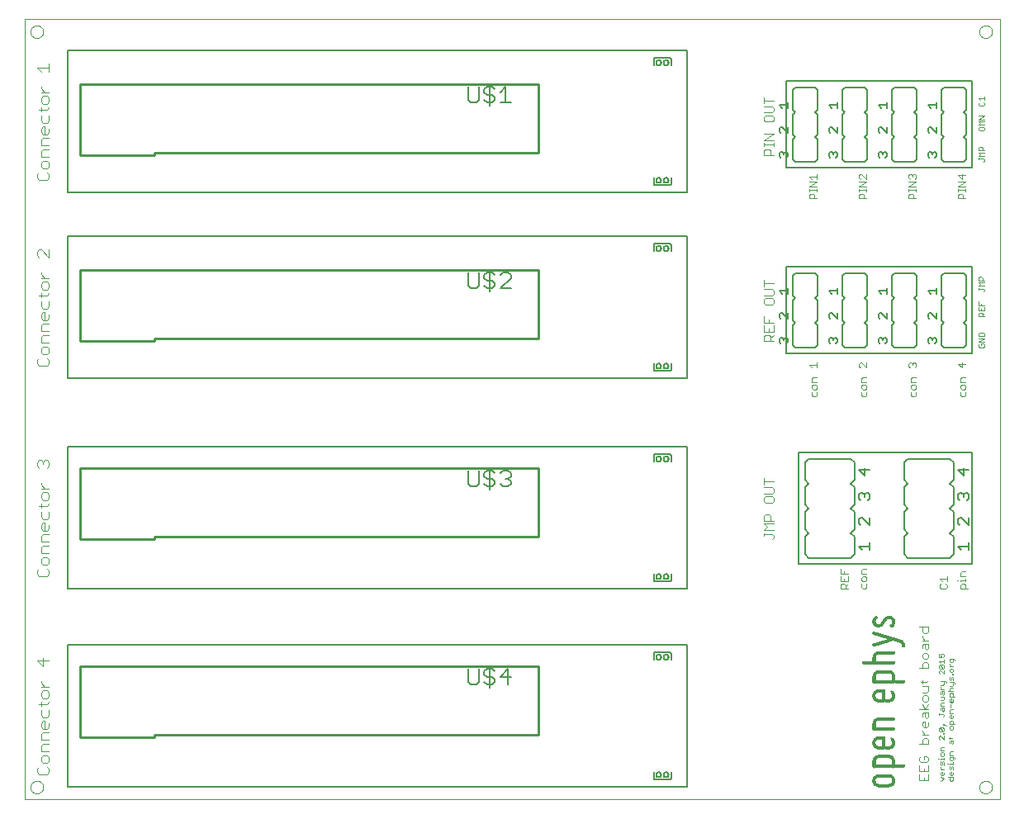
<source format=gto>
G75*
%MOIN*%
%OFA0B0*%
%FSLAX24Y24*%
%IPPOS*%
%LPD*%
%AMOC8*
5,1,8,0,0,1.08239X$1,22.5*
%
%ADD10C,0.0000*%
%ADD11C,0.0040*%
%ADD12C,0.0030*%
%ADD13C,0.0020*%
%ADD14C,0.0079*%
%ADD15C,0.0060*%
%ADD16C,0.0050*%
%ADD17C,0.0100*%
%ADD18R,0.0010X0.0040*%
%ADD19R,0.0010X0.0050*%
%ADD20R,0.0010X0.0070*%
%ADD21R,0.0010X0.0120*%
%ADD22R,0.0010X0.0100*%
%ADD23R,0.0010X0.0150*%
%ADD24R,0.0010X0.0170*%
%ADD25R,0.0010X0.0200*%
%ADD26R,0.0010X0.0210*%
%ADD27R,0.0010X0.0230*%
%ADD28R,0.0010X0.0240*%
%ADD29R,0.0010X0.0250*%
%ADD30R,0.0010X0.0140*%
%ADD31R,0.0010X0.0130*%
%ADD32R,0.0010X0.0290*%
%ADD33R,0.0010X0.0110*%
%ADD34R,0.0010X0.0340*%
%ADD35R,0.0010X0.0180*%
%ADD36R,0.0010X0.0360*%
%ADD37R,0.0010X0.0090*%
%ADD38R,0.0010X0.0220*%
%ADD39R,0.0010X0.0380*%
%ADD40R,0.0010X0.0280*%
%ADD41R,0.0010X0.0400*%
%ADD42R,0.0010X0.0310*%
%ADD43R,0.0010X0.0410*%
%ADD44R,0.0010X0.0330*%
%ADD45R,0.0010X0.0430*%
%ADD46R,0.0010X0.0350*%
%ADD47R,0.0010X0.0440*%
%ADD48R,0.0010X0.0370*%
%ADD49R,0.0010X0.0450*%
%ADD50R,0.0010X0.0390*%
%ADD51R,0.0010X0.0460*%
%ADD52R,0.0010X0.0470*%
%ADD53R,0.0010X0.0420*%
%ADD54R,0.0010X0.0190*%
%ADD55R,0.0010X0.0160*%
%ADD56R,0.0010X0.0060*%
%ADD57R,0.0010X0.0010*%
%ADD58R,0.0010X0.0030*%
%ADD59R,0.0010X0.0490*%
%ADD60R,0.0010X0.0500*%
%ADD61R,0.0010X0.0510*%
%ADD62R,0.0010X0.0080*%
%ADD63R,0.0010X0.0260*%
%ADD64R,0.0010X0.0320*%
D10*
X000639Y001139D02*
X000639Y032635D01*
X040009Y032635D01*
X040009Y001139D01*
X000639Y001139D01*
X000883Y001639D02*
X000885Y001670D01*
X000891Y001701D01*
X000900Y001731D01*
X000913Y001760D01*
X000930Y001787D01*
X000950Y001811D01*
X000972Y001833D01*
X000998Y001852D01*
X001025Y001868D01*
X001054Y001880D01*
X001084Y001889D01*
X001115Y001894D01*
X001147Y001895D01*
X001178Y001892D01*
X001209Y001885D01*
X001239Y001875D01*
X001267Y001861D01*
X001293Y001843D01*
X001317Y001823D01*
X001338Y001799D01*
X001357Y001774D01*
X001372Y001746D01*
X001383Y001717D01*
X001391Y001686D01*
X001395Y001655D01*
X001395Y001623D01*
X001391Y001592D01*
X001383Y001561D01*
X001372Y001532D01*
X001357Y001504D01*
X001338Y001479D01*
X001317Y001455D01*
X001293Y001435D01*
X001267Y001417D01*
X001239Y001403D01*
X001209Y001393D01*
X001178Y001386D01*
X001147Y001383D01*
X001115Y001384D01*
X001084Y001389D01*
X001054Y001398D01*
X001025Y001410D01*
X000998Y001426D01*
X000972Y001445D01*
X000950Y001467D01*
X000930Y001491D01*
X000913Y001518D01*
X000900Y001547D01*
X000891Y001577D01*
X000885Y001608D01*
X000883Y001639D01*
X000883Y032139D02*
X000885Y032170D01*
X000891Y032201D01*
X000900Y032231D01*
X000913Y032260D01*
X000930Y032287D01*
X000950Y032311D01*
X000972Y032333D01*
X000998Y032352D01*
X001025Y032368D01*
X001054Y032380D01*
X001084Y032389D01*
X001115Y032394D01*
X001147Y032395D01*
X001178Y032392D01*
X001209Y032385D01*
X001239Y032375D01*
X001267Y032361D01*
X001293Y032343D01*
X001317Y032323D01*
X001338Y032299D01*
X001357Y032274D01*
X001372Y032246D01*
X001383Y032217D01*
X001391Y032186D01*
X001395Y032155D01*
X001395Y032123D01*
X001391Y032092D01*
X001383Y032061D01*
X001372Y032032D01*
X001357Y032004D01*
X001338Y031979D01*
X001317Y031955D01*
X001293Y031935D01*
X001267Y031917D01*
X001239Y031903D01*
X001209Y031893D01*
X001178Y031886D01*
X001147Y031883D01*
X001115Y031884D01*
X001084Y031889D01*
X001054Y031898D01*
X001025Y031910D01*
X000998Y031926D01*
X000972Y031945D01*
X000950Y031967D01*
X000930Y031991D01*
X000913Y032018D01*
X000900Y032047D01*
X000891Y032077D01*
X000885Y032108D01*
X000883Y032139D01*
X039183Y032139D02*
X039185Y032170D01*
X039191Y032201D01*
X039200Y032231D01*
X039213Y032260D01*
X039230Y032287D01*
X039250Y032311D01*
X039272Y032333D01*
X039298Y032352D01*
X039325Y032368D01*
X039354Y032380D01*
X039384Y032389D01*
X039415Y032394D01*
X039447Y032395D01*
X039478Y032392D01*
X039509Y032385D01*
X039539Y032375D01*
X039567Y032361D01*
X039593Y032343D01*
X039617Y032323D01*
X039638Y032299D01*
X039657Y032274D01*
X039672Y032246D01*
X039683Y032217D01*
X039691Y032186D01*
X039695Y032155D01*
X039695Y032123D01*
X039691Y032092D01*
X039683Y032061D01*
X039672Y032032D01*
X039657Y032004D01*
X039638Y031979D01*
X039617Y031955D01*
X039593Y031935D01*
X039567Y031917D01*
X039539Y031903D01*
X039509Y031893D01*
X039478Y031886D01*
X039447Y031883D01*
X039415Y031884D01*
X039384Y031889D01*
X039354Y031898D01*
X039325Y031910D01*
X039298Y031926D01*
X039272Y031945D01*
X039250Y031967D01*
X039230Y031991D01*
X039213Y032018D01*
X039200Y032047D01*
X039191Y032077D01*
X039185Y032108D01*
X039183Y032139D01*
X039183Y001639D02*
X039185Y001670D01*
X039191Y001701D01*
X039200Y001731D01*
X039213Y001760D01*
X039230Y001787D01*
X039250Y001811D01*
X039272Y001833D01*
X039298Y001852D01*
X039325Y001868D01*
X039354Y001880D01*
X039384Y001889D01*
X039415Y001894D01*
X039447Y001895D01*
X039478Y001892D01*
X039509Y001885D01*
X039539Y001875D01*
X039567Y001861D01*
X039593Y001843D01*
X039617Y001823D01*
X039638Y001799D01*
X039657Y001774D01*
X039672Y001746D01*
X039683Y001717D01*
X039691Y001686D01*
X039695Y001655D01*
X039695Y001623D01*
X039691Y001592D01*
X039683Y001561D01*
X039672Y001532D01*
X039657Y001504D01*
X039638Y001479D01*
X039617Y001455D01*
X039593Y001435D01*
X039567Y001417D01*
X039539Y001403D01*
X039509Y001393D01*
X039478Y001386D01*
X039447Y001383D01*
X039415Y001384D01*
X039384Y001389D01*
X039354Y001398D01*
X039325Y001410D01*
X039298Y001426D01*
X039272Y001445D01*
X039250Y001467D01*
X039230Y001491D01*
X039213Y001518D01*
X039200Y001547D01*
X039191Y001577D01*
X039185Y001608D01*
X039183Y001639D01*
D11*
X001619Y002236D02*
X001619Y002390D01*
X001543Y002466D01*
X001543Y002620D02*
X001619Y002696D01*
X001619Y002850D01*
X001543Y002927D01*
X001389Y002927D01*
X001312Y002850D01*
X001312Y002696D01*
X001389Y002620D01*
X001543Y002620D01*
X001236Y002466D02*
X001159Y002390D01*
X001159Y002236D01*
X001236Y002159D01*
X001543Y002159D01*
X001619Y002236D01*
X001619Y003080D02*
X001312Y003080D01*
X001312Y003310D01*
X001389Y003387D01*
X001619Y003387D01*
X001619Y003541D02*
X001312Y003541D01*
X001312Y003771D01*
X001389Y003847D01*
X001619Y003847D01*
X001543Y004001D02*
X001389Y004001D01*
X001312Y004078D01*
X001312Y004231D01*
X001389Y004308D01*
X001466Y004308D01*
X001466Y004001D01*
X001543Y004001D02*
X001619Y004078D01*
X001619Y004231D01*
X001543Y004461D02*
X001619Y004538D01*
X001619Y004768D01*
X001543Y004998D02*
X001619Y005075D01*
X001543Y004998D02*
X001236Y004998D01*
X001312Y004922D02*
X001312Y005075D01*
X001389Y005229D02*
X001543Y005229D01*
X001619Y005305D01*
X001619Y005459D01*
X001543Y005536D01*
X001389Y005536D01*
X001312Y005459D01*
X001312Y005305D01*
X001389Y005229D01*
X001312Y004768D02*
X001312Y004538D01*
X001389Y004461D01*
X001543Y004461D01*
X001619Y005689D02*
X001312Y005689D01*
X001312Y005843D02*
X001312Y005919D01*
X001312Y005843D02*
X001466Y005689D01*
X001389Y006533D02*
X001389Y006840D01*
X001619Y006763D02*
X001159Y006763D01*
X001389Y006533D01*
X001236Y010159D02*
X001159Y010236D01*
X001159Y010390D01*
X001236Y010466D01*
X001389Y010620D02*
X001543Y010620D01*
X001619Y010696D01*
X001619Y010850D01*
X001543Y010927D01*
X001389Y010927D01*
X001312Y010850D01*
X001312Y010696D01*
X001389Y010620D01*
X001543Y010466D02*
X001619Y010390D01*
X001619Y010236D01*
X001543Y010159D01*
X001236Y010159D01*
X001312Y011080D02*
X001312Y011310D01*
X001389Y011387D01*
X001619Y011387D01*
X001619Y011541D02*
X001312Y011541D01*
X001312Y011771D01*
X001389Y011847D01*
X001619Y011847D01*
X001543Y012001D02*
X001389Y012001D01*
X001312Y012078D01*
X001312Y012231D01*
X001389Y012308D01*
X001466Y012308D01*
X001466Y012001D01*
X001543Y012001D02*
X001619Y012078D01*
X001619Y012231D01*
X001543Y012461D02*
X001619Y012538D01*
X001619Y012768D01*
X001543Y012998D02*
X001619Y013075D01*
X001543Y012998D02*
X001236Y012998D01*
X001312Y012922D02*
X001312Y013075D01*
X001389Y013229D02*
X001543Y013229D01*
X001619Y013305D01*
X001619Y013459D01*
X001543Y013536D01*
X001389Y013536D01*
X001312Y013459D01*
X001312Y013305D01*
X001389Y013229D01*
X001312Y012768D02*
X001312Y012538D01*
X001389Y012461D01*
X001543Y012461D01*
X001619Y013689D02*
X001312Y013689D01*
X001312Y013843D02*
X001312Y013919D01*
X001312Y013843D02*
X001466Y013689D01*
X001543Y014533D02*
X001619Y014610D01*
X001619Y014763D01*
X001543Y014840D01*
X001466Y014840D01*
X001389Y014763D01*
X001389Y014687D01*
X001389Y014763D02*
X001312Y014840D01*
X001236Y014840D01*
X001159Y014763D01*
X001159Y014610D01*
X001236Y014533D01*
X001312Y011080D02*
X001619Y011080D01*
X001543Y018659D02*
X001619Y018736D01*
X001619Y018890D01*
X001543Y018966D01*
X001543Y019120D02*
X001619Y019196D01*
X001619Y019350D01*
X001543Y019427D01*
X001389Y019427D01*
X001312Y019350D01*
X001312Y019196D01*
X001389Y019120D01*
X001543Y019120D01*
X001236Y018966D02*
X001159Y018890D01*
X001159Y018736D01*
X001236Y018659D01*
X001543Y018659D01*
X001619Y019580D02*
X001312Y019580D01*
X001312Y019810D01*
X001389Y019887D01*
X001619Y019887D01*
X001619Y020041D02*
X001312Y020041D01*
X001312Y020271D01*
X001389Y020347D01*
X001619Y020347D01*
X001543Y020501D02*
X001389Y020501D01*
X001312Y020578D01*
X001312Y020731D01*
X001389Y020808D01*
X001466Y020808D01*
X001466Y020501D01*
X001543Y020501D02*
X001619Y020578D01*
X001619Y020731D01*
X001543Y020961D02*
X001619Y021038D01*
X001619Y021268D01*
X001543Y021498D02*
X001619Y021575D01*
X001543Y021498D02*
X001236Y021498D01*
X001312Y021422D02*
X001312Y021575D01*
X001389Y021729D02*
X001543Y021729D01*
X001619Y021805D01*
X001619Y021959D01*
X001543Y022036D01*
X001389Y022036D01*
X001312Y021959D01*
X001312Y021805D01*
X001389Y021729D01*
X001312Y022189D02*
X001619Y022189D01*
X001466Y022189D02*
X001312Y022343D01*
X001312Y022419D01*
X001236Y023033D02*
X001159Y023110D01*
X001159Y023263D01*
X001236Y023340D01*
X001312Y023340D01*
X001619Y023033D01*
X001619Y023340D01*
X001312Y021268D02*
X001312Y021038D01*
X001389Y020961D01*
X001543Y020961D01*
X001543Y026159D02*
X001619Y026236D01*
X001619Y026390D01*
X001543Y026466D01*
X001543Y026620D02*
X001619Y026696D01*
X001619Y026850D01*
X001543Y026927D01*
X001389Y026927D01*
X001312Y026850D01*
X001312Y026696D01*
X001389Y026620D01*
X001543Y026620D01*
X001236Y026466D02*
X001159Y026390D01*
X001159Y026236D01*
X001236Y026159D01*
X001543Y026159D01*
X001619Y027080D02*
X001312Y027080D01*
X001312Y027310D01*
X001389Y027387D01*
X001619Y027387D01*
X001619Y027541D02*
X001312Y027541D01*
X001312Y027771D01*
X001389Y027847D01*
X001619Y027847D01*
X001543Y028001D02*
X001389Y028001D01*
X001312Y028078D01*
X001312Y028231D01*
X001389Y028308D01*
X001466Y028308D01*
X001466Y028001D01*
X001543Y028001D02*
X001619Y028078D01*
X001619Y028231D01*
X001543Y028461D02*
X001619Y028538D01*
X001619Y028768D01*
X001543Y028998D02*
X001619Y029075D01*
X001543Y028998D02*
X001236Y028998D01*
X001312Y028922D02*
X001312Y029075D01*
X001389Y029229D02*
X001543Y029229D01*
X001619Y029305D01*
X001619Y029459D01*
X001543Y029536D01*
X001389Y029536D01*
X001312Y029459D01*
X001312Y029305D01*
X001389Y029229D01*
X001312Y028768D02*
X001312Y028538D01*
X001389Y028461D01*
X001543Y028461D01*
X001619Y029689D02*
X001312Y029689D01*
X001312Y029843D02*
X001312Y029919D01*
X001312Y029843D02*
X001466Y029689D01*
X001619Y030533D02*
X001619Y030840D01*
X001619Y030687D02*
X001159Y030687D01*
X001312Y030533D01*
D12*
X030504Y029488D02*
X030504Y029241D01*
X030504Y029120D02*
X030813Y029120D01*
X030874Y029058D01*
X030874Y028935D01*
X030813Y028873D01*
X030504Y028873D01*
X030566Y028752D02*
X030504Y028690D01*
X030504Y028567D01*
X030566Y028505D01*
X030813Y028505D01*
X030874Y028567D01*
X030874Y028690D01*
X030813Y028752D01*
X030566Y028752D01*
X030504Y029365D02*
X030874Y029365D01*
X030874Y028015D02*
X030504Y028015D01*
X030504Y027768D02*
X030874Y028015D01*
X030874Y027768D02*
X030504Y027768D01*
X030504Y027646D02*
X030504Y027523D01*
X030504Y027584D02*
X030874Y027584D01*
X030874Y027523D02*
X030874Y027646D01*
X030689Y027401D02*
X030566Y027401D01*
X030504Y027340D01*
X030504Y027154D01*
X030874Y027154D01*
X030751Y027154D02*
X030751Y027340D01*
X030689Y027401D01*
X032334Y026287D02*
X032624Y026287D01*
X032624Y026190D02*
X032624Y026384D01*
X032431Y026190D02*
X032334Y026287D01*
X032334Y026089D02*
X032624Y026089D01*
X032334Y025895D01*
X032624Y025895D01*
X032624Y025796D02*
X032624Y025699D01*
X032624Y025747D02*
X032334Y025747D01*
X032334Y025699D02*
X032334Y025796D01*
X032382Y025598D02*
X032479Y025598D01*
X032528Y025549D01*
X032528Y025404D01*
X032624Y025404D02*
X032334Y025404D01*
X032334Y025549D01*
X032382Y025598D01*
X034334Y025549D02*
X034382Y025598D01*
X034479Y025598D01*
X034528Y025549D01*
X034528Y025404D01*
X034624Y025404D02*
X034334Y025404D01*
X034334Y025549D01*
X034334Y025699D02*
X034334Y025796D01*
X034334Y025747D02*
X034624Y025747D01*
X034624Y025699D02*
X034624Y025796D01*
X034624Y025895D02*
X034334Y025895D01*
X034624Y026089D01*
X034334Y026089D01*
X034382Y026190D02*
X034334Y026238D01*
X034334Y026335D01*
X034382Y026384D01*
X034431Y026384D01*
X034624Y026190D01*
X034624Y026384D01*
X036334Y026335D02*
X036334Y026238D01*
X036382Y026190D01*
X036334Y026089D02*
X036624Y026089D01*
X036334Y025895D01*
X036624Y025895D01*
X036624Y025796D02*
X036624Y025699D01*
X036624Y025747D02*
X036334Y025747D01*
X036334Y025699D02*
X036334Y025796D01*
X036382Y025598D02*
X036479Y025598D01*
X036528Y025549D01*
X036528Y025404D01*
X036624Y025404D02*
X036334Y025404D01*
X036334Y025549D01*
X036382Y025598D01*
X036576Y026190D02*
X036624Y026238D01*
X036624Y026335D01*
X036576Y026384D01*
X036528Y026384D01*
X036479Y026335D01*
X036479Y026287D01*
X036479Y026335D02*
X036431Y026384D01*
X036382Y026384D01*
X036334Y026335D01*
X038334Y026335D02*
X038479Y026190D01*
X038479Y026384D01*
X038624Y026335D02*
X038334Y026335D01*
X038334Y026089D02*
X038624Y026089D01*
X038334Y025895D01*
X038624Y025895D01*
X038624Y025796D02*
X038624Y025699D01*
X038624Y025747D02*
X038334Y025747D01*
X038334Y025699D02*
X038334Y025796D01*
X038382Y025598D02*
X038479Y025598D01*
X038528Y025549D01*
X038528Y025404D01*
X038624Y025404D02*
X038334Y025404D01*
X038334Y025549D01*
X038382Y025598D01*
X030874Y021988D02*
X030504Y021988D01*
X030504Y022111D02*
X030504Y021864D01*
X030504Y021743D02*
X030813Y021743D01*
X030874Y021681D01*
X030874Y021558D01*
X030813Y021496D01*
X030504Y021496D01*
X030566Y021375D02*
X030504Y021313D01*
X030504Y021189D01*
X030566Y021128D01*
X030813Y021128D01*
X030874Y021189D01*
X030874Y021313D01*
X030813Y021375D01*
X030566Y021375D01*
X030504Y020638D02*
X030504Y020391D01*
X030874Y020391D01*
X030874Y020270D02*
X030874Y020023D01*
X030504Y020023D01*
X030504Y020270D01*
X030689Y020391D02*
X030689Y020514D01*
X030689Y020146D02*
X030689Y020023D01*
X030689Y019901D02*
X030566Y019901D01*
X030504Y019840D01*
X030504Y019654D01*
X030874Y019654D01*
X030751Y019654D02*
X030751Y019840D01*
X030689Y019901D01*
X030751Y019778D02*
X030874Y019901D01*
X032334Y018680D02*
X032431Y018583D01*
X032334Y018680D02*
X032624Y018680D01*
X032624Y018776D02*
X032624Y018583D01*
X032624Y018187D02*
X032479Y018187D01*
X032431Y018139D01*
X032431Y017994D01*
X032624Y017994D01*
X032576Y017893D02*
X032479Y017893D01*
X032431Y017844D01*
X032431Y017747D01*
X032479Y017699D01*
X032576Y017699D01*
X032624Y017747D01*
X032624Y017844D01*
X032576Y017893D01*
X032624Y017598D02*
X032624Y017453D01*
X032576Y017404D01*
X032479Y017404D01*
X032431Y017453D01*
X032431Y017598D01*
X034431Y017598D02*
X034431Y017453D01*
X034479Y017404D01*
X034576Y017404D01*
X034624Y017453D01*
X034624Y017598D01*
X034576Y017699D02*
X034624Y017747D01*
X034624Y017844D01*
X034576Y017893D01*
X034479Y017893D01*
X034431Y017844D01*
X034431Y017747D01*
X034479Y017699D01*
X034576Y017699D01*
X034624Y017994D02*
X034431Y017994D01*
X034431Y018139D01*
X034479Y018187D01*
X034624Y018187D01*
X034624Y018583D02*
X034431Y018776D01*
X034382Y018776D01*
X034334Y018728D01*
X034334Y018631D01*
X034382Y018583D01*
X034624Y018583D02*
X034624Y018776D01*
X036334Y018728D02*
X036334Y018631D01*
X036382Y018583D01*
X036479Y018680D02*
X036479Y018728D01*
X036528Y018776D01*
X036576Y018776D01*
X036624Y018728D01*
X036624Y018631D01*
X036576Y018583D01*
X036479Y018728D02*
X036431Y018776D01*
X036382Y018776D01*
X036334Y018728D01*
X036479Y018187D02*
X036624Y018187D01*
X036479Y018187D02*
X036431Y018139D01*
X036431Y017994D01*
X036624Y017994D01*
X036576Y017893D02*
X036479Y017893D01*
X036431Y017844D01*
X036431Y017747D01*
X036479Y017699D01*
X036576Y017699D01*
X036624Y017747D01*
X036624Y017844D01*
X036576Y017893D01*
X036624Y017598D02*
X036624Y017453D01*
X036576Y017404D01*
X036479Y017404D01*
X036431Y017453D01*
X036431Y017598D01*
X038431Y017598D02*
X038431Y017453D01*
X038479Y017404D01*
X038576Y017404D01*
X038624Y017453D01*
X038624Y017598D01*
X038576Y017699D02*
X038624Y017747D01*
X038624Y017844D01*
X038576Y017893D01*
X038479Y017893D01*
X038431Y017844D01*
X038431Y017747D01*
X038479Y017699D01*
X038576Y017699D01*
X038624Y017994D02*
X038431Y017994D01*
X038431Y018139D01*
X038479Y018187D01*
X038624Y018187D01*
X038479Y018583D02*
X038479Y018776D01*
X038334Y018728D02*
X038479Y018583D01*
X038624Y018728D02*
X038334Y018728D01*
X030874Y013988D02*
X030504Y013988D01*
X030504Y014111D02*
X030504Y013864D01*
X030504Y013743D02*
X030813Y013743D01*
X030874Y013681D01*
X030874Y013558D01*
X030813Y013496D01*
X030504Y013496D01*
X030566Y013375D02*
X030504Y013313D01*
X030504Y013189D01*
X030566Y013128D01*
X030813Y013128D01*
X030874Y013189D01*
X030874Y013313D01*
X030813Y013375D01*
X030566Y013375D01*
X030566Y012638D02*
X030689Y012638D01*
X030751Y012576D01*
X030751Y012391D01*
X030874Y012391D02*
X030504Y012391D01*
X030504Y012576D01*
X030566Y012638D01*
X030504Y012270D02*
X030874Y012270D01*
X030874Y012023D02*
X030504Y012023D01*
X030627Y012146D01*
X030504Y012270D01*
X030504Y011901D02*
X030504Y011778D01*
X030504Y011840D02*
X030813Y011840D01*
X030874Y011778D01*
X030874Y011716D01*
X030813Y011654D01*
X033584Y010437D02*
X033584Y010244D01*
X033874Y010244D01*
X033874Y010143D02*
X033874Y009949D01*
X033584Y009949D01*
X033584Y010143D01*
X033729Y010046D02*
X033729Y009949D01*
X033729Y009848D02*
X033778Y009799D01*
X033778Y009654D01*
X033874Y009654D02*
X033584Y009654D01*
X033584Y009799D01*
X033632Y009848D01*
X033729Y009848D01*
X033778Y009751D02*
X033874Y009848D01*
X033729Y010244D02*
X033729Y010340D01*
X034431Y010389D02*
X034431Y010244D01*
X034624Y010244D01*
X034576Y010143D02*
X034479Y010143D01*
X034431Y010094D01*
X034431Y009997D01*
X034479Y009949D01*
X034576Y009949D01*
X034624Y009997D01*
X034624Y010094D01*
X034576Y010143D01*
X034431Y010389D02*
X034479Y010437D01*
X034624Y010437D01*
X034624Y009848D02*
X034624Y009703D01*
X034576Y009654D01*
X034479Y009654D01*
X034431Y009703D01*
X034431Y009848D01*
X036754Y008106D02*
X037124Y008106D01*
X037124Y007921D01*
X037063Y007859D01*
X036939Y007859D01*
X036877Y007921D01*
X036877Y008106D01*
X036877Y007737D02*
X036877Y007675D01*
X037001Y007552D01*
X037001Y007430D02*
X037001Y007245D01*
X037063Y007184D01*
X037124Y007245D01*
X037124Y007430D01*
X036939Y007430D01*
X036877Y007369D01*
X036877Y007245D01*
X036939Y007062D02*
X036877Y007000D01*
X036877Y006877D01*
X036939Y006815D01*
X037063Y006815D01*
X037124Y006877D01*
X037124Y007000D01*
X037063Y007062D01*
X036939Y007062D01*
X036939Y006694D02*
X036877Y006632D01*
X036877Y006447D01*
X036754Y006447D02*
X037124Y006447D01*
X037124Y006632D01*
X037063Y006694D01*
X036939Y006694D01*
X036877Y007552D02*
X037124Y007552D01*
X037124Y005956D02*
X037063Y005895D01*
X036816Y005895D01*
X036877Y005833D02*
X036877Y005956D01*
X036877Y005712D02*
X037124Y005712D01*
X037124Y005526D01*
X037063Y005465D01*
X036877Y005465D01*
X036939Y005343D02*
X036877Y005282D01*
X036877Y005158D01*
X036939Y005096D01*
X037063Y005096D01*
X037124Y005158D01*
X037124Y005282D01*
X037063Y005343D01*
X036939Y005343D01*
X036877Y004975D02*
X037001Y004789D01*
X037124Y004975D01*
X037124Y004789D02*
X036754Y004789D01*
X036877Y004606D02*
X036939Y004668D01*
X037124Y004668D01*
X037124Y004483D01*
X037063Y004421D01*
X037001Y004483D01*
X037001Y004668D01*
X036877Y004606D02*
X036877Y004483D01*
X036939Y004300D02*
X037001Y004300D01*
X037001Y004053D01*
X037063Y004053D02*
X036939Y004053D01*
X036877Y004115D01*
X036877Y004238D01*
X036939Y004300D01*
X037124Y004238D02*
X037124Y004115D01*
X037063Y004053D01*
X036877Y003931D02*
X036877Y003869D01*
X037001Y003746D01*
X037124Y003746D02*
X036877Y003746D01*
X036939Y003625D02*
X036877Y003563D01*
X036877Y003378D01*
X036754Y003378D02*
X037124Y003378D01*
X037124Y003563D01*
X037063Y003625D01*
X036939Y003625D01*
X036939Y002888D02*
X036939Y002764D01*
X036939Y002888D02*
X037063Y002888D01*
X037124Y002826D01*
X037124Y002703D01*
X037063Y002641D01*
X036816Y002641D01*
X036754Y002703D01*
X036754Y002826D01*
X036816Y002888D01*
X036754Y002520D02*
X036754Y002273D01*
X037124Y002273D01*
X037124Y002520D01*
X036939Y002396D02*
X036939Y002273D01*
X036754Y002151D02*
X036754Y001904D01*
X037124Y001904D01*
X037124Y002151D01*
X036939Y002028D02*
X036939Y001904D01*
X037632Y009654D02*
X037826Y009654D01*
X037874Y009703D01*
X037874Y009799D01*
X037826Y009848D01*
X037874Y009949D02*
X037874Y010143D01*
X037874Y010046D02*
X037584Y010046D01*
X037681Y009949D01*
X037632Y009848D02*
X037584Y009799D01*
X037584Y009703D01*
X037632Y009654D01*
X038286Y009997D02*
X038334Y009997D01*
X038431Y009997D02*
X038624Y009997D01*
X038624Y009949D02*
X038624Y010046D01*
X038624Y010145D02*
X038431Y010145D01*
X038431Y010291D01*
X038479Y010339D01*
X038624Y010339D01*
X038431Y009997D02*
X038431Y009949D01*
X038479Y009848D02*
X038576Y009848D01*
X038624Y009799D01*
X038624Y009654D01*
X038721Y009654D02*
X038431Y009654D01*
X038431Y009799D01*
X038479Y009848D01*
D13*
X037733Y007018D02*
X037769Y006982D01*
X037769Y006908D01*
X037733Y006872D01*
X037659Y006872D02*
X037623Y006945D01*
X037623Y006982D01*
X037659Y007018D01*
X037733Y007018D01*
X037659Y006872D02*
X037549Y006872D01*
X037549Y007018D01*
X037549Y006724D02*
X037769Y006724D01*
X037769Y006651D02*
X037769Y006797D01*
X037623Y006651D02*
X037549Y006724D01*
X037586Y006576D02*
X037733Y006430D01*
X037769Y006466D01*
X037769Y006540D01*
X037733Y006576D01*
X037586Y006576D01*
X037549Y006540D01*
X037549Y006466D01*
X037586Y006430D01*
X037733Y006430D01*
X037769Y006355D02*
X037769Y006209D01*
X037623Y006355D01*
X037586Y006355D01*
X037549Y006319D01*
X037549Y006245D01*
X037586Y006209D01*
X037623Y005913D02*
X037806Y005913D01*
X037843Y005877D01*
X037843Y005840D01*
X037769Y005803D02*
X037769Y005913D01*
X037769Y005803D02*
X037733Y005767D01*
X037623Y005767D01*
X037623Y005693D02*
X037623Y005656D01*
X037696Y005583D01*
X037769Y005583D02*
X037623Y005583D01*
X037659Y005508D02*
X037769Y005508D01*
X037769Y005398D01*
X037733Y005362D01*
X037696Y005398D01*
X037696Y005508D01*
X037659Y005508D02*
X037623Y005472D01*
X037623Y005398D01*
X037623Y005287D02*
X037769Y005287D01*
X037769Y005177D01*
X037733Y005141D01*
X037623Y005141D01*
X037659Y005066D02*
X037769Y005066D01*
X037659Y005066D02*
X037623Y005030D01*
X037623Y004920D01*
X037769Y004920D01*
X037769Y004845D02*
X037769Y004735D01*
X037733Y004699D01*
X037696Y004735D01*
X037696Y004845D01*
X037659Y004845D02*
X037769Y004845D01*
X037659Y004845D02*
X037623Y004809D01*
X037623Y004735D01*
X037549Y004624D02*
X037549Y004551D01*
X037549Y004588D02*
X037733Y004588D01*
X037769Y004551D01*
X037769Y004514D01*
X037733Y004478D01*
X037983Y004514D02*
X038019Y004551D01*
X038056Y004551D01*
X038056Y004404D01*
X038093Y004404D02*
X038019Y004404D01*
X037983Y004441D01*
X037983Y004514D01*
X037983Y004625D02*
X037983Y004735D01*
X038019Y004772D01*
X038129Y004772D01*
X038019Y004846D02*
X038019Y004993D01*
X038019Y005067D02*
X037983Y005104D01*
X037983Y005177D01*
X038019Y005214D01*
X038056Y005214D01*
X038056Y005067D01*
X038093Y005067D02*
X038019Y005067D01*
X038093Y005067D02*
X038129Y005104D01*
X038129Y005177D01*
X038129Y005288D02*
X038129Y005398D01*
X038093Y005435D01*
X038019Y005435D01*
X037983Y005398D01*
X037983Y005288D01*
X038203Y005288D01*
X038129Y005509D02*
X037909Y005509D01*
X037983Y005546D02*
X037983Y005619D01*
X038019Y005656D01*
X038129Y005656D01*
X038093Y005730D02*
X038129Y005767D01*
X038129Y005877D01*
X038166Y005877D02*
X038203Y005840D01*
X038203Y005803D01*
X038166Y005877D02*
X037983Y005877D01*
X038019Y005951D02*
X037983Y005988D01*
X037983Y006098D01*
X038056Y006061D02*
X038056Y005988D01*
X038019Y005951D01*
X038129Y005951D02*
X038129Y006061D01*
X038093Y006098D01*
X038056Y006061D01*
X038093Y006172D02*
X038093Y006209D01*
X038129Y006209D01*
X038129Y006172D01*
X038093Y006172D01*
X038093Y006282D02*
X038129Y006319D01*
X038129Y006392D01*
X038093Y006429D01*
X038019Y006429D01*
X037983Y006392D01*
X037983Y006319D01*
X038019Y006282D01*
X038093Y006282D01*
X038129Y006503D02*
X037983Y006503D01*
X038056Y006503D02*
X037983Y006577D01*
X037983Y006613D01*
X038019Y006687D02*
X038093Y006687D01*
X038129Y006724D01*
X038129Y006834D01*
X038166Y006834D02*
X037983Y006834D01*
X037983Y006724D01*
X038019Y006687D01*
X038203Y006761D02*
X038203Y006798D01*
X038166Y006834D01*
X038093Y005730D02*
X037983Y005730D01*
X037983Y005546D02*
X038019Y005509D01*
X037983Y004625D02*
X038129Y004625D01*
X038129Y004514D02*
X038129Y004441D01*
X038093Y004404D01*
X038093Y004330D02*
X038129Y004293D01*
X038129Y004183D01*
X038203Y004183D02*
X037983Y004183D01*
X037983Y004293D01*
X038019Y004330D01*
X038093Y004330D01*
X038093Y004109D02*
X038019Y004109D01*
X037983Y004072D01*
X037983Y003999D01*
X038019Y003962D01*
X038093Y003962D01*
X038129Y003999D01*
X038129Y004072D01*
X038093Y004109D01*
X037843Y004109D02*
X037769Y004183D01*
X037769Y004146D01*
X037733Y004146D01*
X037733Y004183D01*
X037769Y004183D01*
X037733Y004035D02*
X037769Y003998D01*
X037769Y003925D01*
X037733Y003888D01*
X037586Y004035D01*
X037733Y004035D01*
X037733Y003888D02*
X037586Y003888D01*
X037549Y003925D01*
X037549Y003998D01*
X037586Y004035D01*
X037733Y003814D02*
X037769Y003814D01*
X037769Y003778D01*
X037733Y003778D01*
X037733Y003814D01*
X037769Y003704D02*
X037769Y003557D01*
X037623Y003704D01*
X037586Y003704D01*
X037549Y003667D01*
X037549Y003593D01*
X037586Y003557D01*
X037659Y003262D02*
X037769Y003262D01*
X037659Y003262D02*
X037623Y003225D01*
X037623Y003115D01*
X037769Y003115D01*
X037733Y003041D02*
X037659Y003041D01*
X037623Y003004D01*
X037623Y002931D01*
X037659Y002894D01*
X037733Y002894D01*
X037769Y002931D01*
X037769Y003004D01*
X037733Y003041D01*
X037769Y002820D02*
X037769Y002746D01*
X037769Y002783D02*
X037623Y002783D01*
X037623Y002746D01*
X037623Y002672D02*
X037623Y002562D01*
X037659Y002526D01*
X037696Y002562D01*
X037696Y002636D01*
X037733Y002672D01*
X037769Y002636D01*
X037769Y002526D01*
X037872Y002599D02*
X037909Y002599D01*
X037983Y002599D02*
X038129Y002599D01*
X038129Y002562D02*
X038129Y002636D01*
X038093Y002710D02*
X038129Y002746D01*
X038129Y002856D01*
X038166Y002856D02*
X037983Y002856D01*
X037983Y002746D01*
X038019Y002710D01*
X038093Y002710D01*
X038203Y002783D02*
X038203Y002820D01*
X038166Y002856D01*
X038129Y002931D02*
X037983Y002931D01*
X037983Y003041D01*
X038019Y003077D01*
X038129Y003077D01*
X038093Y003373D02*
X038056Y003409D01*
X038056Y003519D01*
X038019Y003519D02*
X038129Y003519D01*
X038129Y003409D01*
X038093Y003373D01*
X037983Y003409D02*
X037983Y003483D01*
X038019Y003519D01*
X037983Y003594D02*
X037983Y003667D01*
X037946Y003630D02*
X038093Y003630D01*
X038129Y003667D01*
X037549Y002783D02*
X037512Y002783D01*
X037623Y002451D02*
X037623Y002415D01*
X037696Y002341D01*
X037769Y002341D02*
X037623Y002341D01*
X037659Y002267D02*
X037696Y002267D01*
X037696Y002120D01*
X037733Y002120D02*
X037659Y002120D01*
X037623Y002157D01*
X037623Y002230D01*
X037659Y002267D01*
X037769Y002230D02*
X037769Y002157D01*
X037733Y002120D01*
X037623Y002046D02*
X037769Y001973D01*
X037623Y001899D01*
X037909Y002046D02*
X038129Y002046D01*
X038129Y001936D01*
X038093Y001899D01*
X038019Y001899D01*
X037983Y001936D01*
X037983Y002046D01*
X038019Y002120D02*
X037983Y002157D01*
X037983Y002230D01*
X038019Y002267D01*
X038056Y002267D01*
X038056Y002120D01*
X038093Y002120D02*
X038019Y002120D01*
X038093Y002120D02*
X038129Y002157D01*
X038129Y002230D01*
X038129Y002341D02*
X038129Y002451D01*
X038093Y002488D01*
X038056Y002451D01*
X038056Y002378D01*
X038019Y002341D01*
X037983Y002378D01*
X037983Y002488D01*
X037983Y002562D02*
X037983Y002599D01*
X039196Y019399D02*
X039343Y019399D01*
X039379Y019436D01*
X039379Y019509D01*
X039343Y019546D01*
X039269Y019546D01*
X039269Y019473D01*
X039196Y019546D02*
X039159Y019509D01*
X039159Y019436D01*
X039196Y019399D01*
X039159Y019620D02*
X039379Y019767D01*
X039159Y019767D01*
X039159Y019841D02*
X039159Y019951D01*
X039196Y019988D01*
X039343Y019988D01*
X039379Y019951D01*
X039379Y019841D01*
X039159Y019841D01*
X039159Y019620D02*
X039379Y019620D01*
X039379Y020649D02*
X039159Y020649D01*
X039159Y020759D01*
X039196Y020796D01*
X039269Y020796D01*
X039306Y020759D01*
X039306Y020649D01*
X039306Y020723D02*
X039379Y020796D01*
X039379Y020870D02*
X039379Y021017D01*
X039379Y021091D02*
X039159Y021091D01*
X039159Y021238D01*
X039269Y021165D02*
X039269Y021091D01*
X039159Y021017D02*
X039159Y020870D01*
X039379Y020870D01*
X039269Y020870D02*
X039269Y020944D01*
X039343Y021649D02*
X039379Y021686D01*
X039379Y021723D01*
X039343Y021759D01*
X039159Y021759D01*
X039159Y021723D02*
X039159Y021796D01*
X039159Y021870D02*
X039233Y021944D01*
X039159Y022017D01*
X039379Y022017D01*
X039379Y022091D02*
X039159Y022091D01*
X039159Y022201D01*
X039196Y022238D01*
X039269Y022238D01*
X039306Y022201D01*
X039306Y022091D01*
X039379Y021870D02*
X039159Y021870D01*
X039343Y026899D02*
X039379Y026936D01*
X039379Y026973D01*
X039343Y027009D01*
X039159Y027009D01*
X039159Y026973D02*
X039159Y027046D01*
X039159Y027120D02*
X039233Y027194D01*
X039159Y027267D01*
X039379Y027267D01*
X039379Y027341D02*
X039159Y027341D01*
X039159Y027451D01*
X039196Y027488D01*
X039269Y027488D01*
X039306Y027451D01*
X039306Y027341D01*
X039379Y027120D02*
X039159Y027120D01*
X039196Y028149D02*
X039343Y028149D01*
X039379Y028186D01*
X039379Y028259D01*
X039343Y028296D01*
X039196Y028296D01*
X039159Y028259D01*
X039159Y028186D01*
X039196Y028149D01*
X039159Y028370D02*
X039233Y028444D01*
X039159Y028517D01*
X039379Y028517D01*
X039379Y028591D02*
X039159Y028591D01*
X039379Y028738D01*
X039159Y028738D01*
X039159Y028370D02*
X039379Y028370D01*
X039343Y029149D02*
X039379Y029186D01*
X039379Y029259D01*
X039343Y029296D01*
X039379Y029370D02*
X039379Y029517D01*
X039379Y029444D02*
X039159Y029444D01*
X039233Y029370D01*
X039196Y029296D02*
X039159Y029259D01*
X039159Y029186D01*
X039196Y029149D01*
X039343Y029149D01*
D14*
X038889Y030139D02*
X031389Y030139D01*
X031389Y026639D01*
X038889Y026639D01*
X038889Y030139D01*
X038889Y022639D02*
X031389Y022639D01*
X031389Y019139D01*
X038889Y019139D01*
X038889Y022639D01*
X038889Y015139D02*
X031889Y015139D01*
X031889Y010639D01*
X038889Y010639D01*
X038889Y015139D01*
X027389Y015389D02*
X027389Y009639D01*
X002389Y009639D01*
X002389Y015389D01*
X027389Y015389D01*
X027389Y018139D02*
X002389Y018139D01*
X002389Y023889D01*
X027389Y023889D01*
X027389Y018139D01*
X027389Y025639D02*
X002389Y025639D01*
X002389Y031389D01*
X027389Y031389D01*
X027389Y025639D01*
X027389Y007389D02*
X002389Y007389D01*
X002389Y001639D01*
X027389Y001639D01*
X027389Y007389D01*
D15*
X032139Y011039D02*
X032139Y011739D01*
X032289Y011889D01*
X032139Y012039D01*
X032139Y012739D01*
X032289Y012889D01*
X032139Y013039D01*
X032139Y013739D01*
X032289Y013889D01*
X032139Y014039D01*
X032139Y014739D01*
X032289Y014889D01*
X033989Y014889D01*
X034139Y014739D01*
X034139Y014039D01*
X033989Y013889D01*
X034139Y013739D01*
X034139Y013039D01*
X033989Y012889D01*
X034139Y012739D01*
X034139Y012039D01*
X033989Y011889D01*
X034139Y011739D01*
X034139Y011039D01*
X033989Y010889D01*
X032289Y010889D01*
X032139Y011039D01*
X036139Y011039D02*
X036289Y010889D01*
X037989Y010889D01*
X038139Y011039D01*
X038139Y011739D01*
X037989Y011889D01*
X038139Y012039D01*
X038139Y012739D01*
X037989Y012889D01*
X038139Y013039D01*
X038139Y013739D01*
X037989Y013889D01*
X038139Y014039D01*
X038139Y014739D01*
X037989Y014889D01*
X036289Y014889D01*
X036139Y014739D01*
X036139Y014039D01*
X036289Y013889D01*
X036139Y013739D01*
X036139Y013039D01*
X036289Y012889D01*
X036139Y012739D01*
X036139Y012039D01*
X036289Y011889D01*
X036139Y011739D01*
X036139Y011039D01*
X036539Y019389D02*
X035739Y019389D01*
X035639Y019489D01*
X035639Y020289D01*
X035739Y020389D01*
X035639Y020489D01*
X035639Y021289D01*
X035739Y021389D01*
X035639Y021489D01*
X035639Y022289D01*
X035739Y022389D01*
X036539Y022389D01*
X036639Y022289D01*
X036639Y021489D01*
X036539Y021389D01*
X036639Y021289D01*
X036639Y020489D01*
X036539Y020389D01*
X036639Y020289D01*
X036639Y019489D01*
X036539Y019389D01*
X037639Y019489D02*
X037739Y019389D01*
X038539Y019389D01*
X038639Y019489D01*
X038639Y020289D01*
X038539Y020389D01*
X038639Y020489D01*
X038639Y021289D01*
X038539Y021389D01*
X038639Y021489D01*
X038639Y022289D01*
X038539Y022389D01*
X037739Y022389D01*
X037639Y022289D01*
X037639Y021489D01*
X037739Y021389D01*
X037639Y021289D01*
X037639Y020489D01*
X037739Y020389D01*
X037639Y020289D01*
X037639Y019489D01*
X034639Y019489D02*
X034539Y019389D01*
X033739Y019389D01*
X033639Y019489D01*
X033639Y020289D01*
X033739Y020389D01*
X033639Y020489D01*
X033639Y021289D01*
X033739Y021389D01*
X033639Y021489D01*
X033639Y022289D01*
X033739Y022389D01*
X034539Y022389D01*
X034639Y022289D01*
X034639Y021489D01*
X034539Y021389D01*
X034639Y021289D01*
X034639Y020489D01*
X034539Y020389D01*
X034639Y020289D01*
X034639Y019489D01*
X032639Y019489D02*
X032539Y019389D01*
X031739Y019389D01*
X031639Y019489D01*
X031639Y020289D01*
X031739Y020389D01*
X031639Y020489D01*
X031639Y021289D01*
X031739Y021389D01*
X031639Y021489D01*
X031639Y022289D01*
X031739Y022389D01*
X032539Y022389D01*
X032639Y022289D01*
X032639Y021489D01*
X032539Y021389D01*
X032639Y021289D01*
X032639Y020489D01*
X032539Y020389D01*
X032639Y020289D01*
X032639Y019489D01*
X032539Y026889D02*
X031739Y026889D01*
X031639Y026989D01*
X031639Y027789D01*
X031739Y027889D01*
X031639Y027989D01*
X031639Y028789D01*
X031739Y028889D01*
X031639Y028989D01*
X031639Y029789D01*
X031739Y029889D01*
X032539Y029889D01*
X032639Y029789D01*
X032639Y028989D01*
X032539Y028889D01*
X032639Y028789D01*
X032639Y027989D01*
X032539Y027889D01*
X032639Y027789D01*
X032639Y026989D01*
X032539Y026889D01*
X033639Y026989D02*
X033639Y027789D01*
X033739Y027889D01*
X033639Y027989D01*
X033639Y028789D01*
X033739Y028889D01*
X033639Y028989D01*
X033639Y029789D01*
X033739Y029889D01*
X034539Y029889D01*
X034639Y029789D01*
X034639Y028989D01*
X034539Y028889D01*
X034639Y028789D01*
X034639Y027989D01*
X034539Y027889D01*
X034639Y027789D01*
X034639Y026989D01*
X034539Y026889D01*
X033739Y026889D01*
X033639Y026989D01*
X035639Y026989D02*
X035739Y026889D01*
X036539Y026889D01*
X036639Y026989D01*
X036639Y027789D01*
X036539Y027889D01*
X036639Y027989D01*
X036639Y028789D01*
X036539Y028889D01*
X036639Y028989D01*
X036639Y029789D01*
X036539Y029889D01*
X035739Y029889D01*
X035639Y029789D01*
X035639Y028989D01*
X035739Y028889D01*
X035639Y028789D01*
X035639Y027989D01*
X035739Y027889D01*
X035639Y027789D01*
X035639Y026989D01*
X037639Y026989D02*
X037739Y026889D01*
X038539Y026889D01*
X038639Y026989D01*
X038639Y027789D01*
X038539Y027889D01*
X038639Y027989D01*
X038639Y028789D01*
X038539Y028889D01*
X038639Y028989D01*
X038639Y029789D01*
X038539Y029889D01*
X037739Y029889D01*
X037639Y029789D01*
X037639Y028989D01*
X037739Y028889D01*
X037639Y028789D01*
X037639Y027989D01*
X037739Y027889D01*
X037639Y027789D01*
X037639Y026989D01*
X020272Y029269D02*
X019845Y029269D01*
X020059Y029269D02*
X020059Y029909D01*
X019845Y029696D01*
X019628Y029803D02*
X019521Y029909D01*
X019307Y029909D01*
X019201Y029803D01*
X019201Y029696D01*
X019307Y029589D01*
X019521Y029589D01*
X019628Y029482D01*
X019628Y029376D01*
X019521Y029269D01*
X019307Y029269D01*
X019201Y029376D01*
X018983Y029376D02*
X018876Y029269D01*
X018663Y029269D01*
X018556Y029376D01*
X018556Y029909D01*
X018983Y029909D02*
X018983Y029376D01*
X019414Y029162D02*
X019414Y030016D01*
X019414Y022516D02*
X019414Y021662D01*
X019307Y021769D02*
X019521Y021769D01*
X019628Y021876D01*
X019628Y021982D01*
X019521Y022089D01*
X019307Y022089D01*
X019201Y022196D01*
X019201Y022303D01*
X019307Y022409D01*
X019521Y022409D01*
X019628Y022303D01*
X019845Y022303D02*
X019952Y022409D01*
X020166Y022409D01*
X020272Y022303D01*
X020272Y022196D01*
X019845Y021769D01*
X020272Y021769D01*
X019307Y021769D02*
X019201Y021876D01*
X018983Y021876D02*
X018983Y022409D01*
X018556Y022409D02*
X018556Y021876D01*
X018663Y021769D01*
X018876Y021769D01*
X018983Y021876D01*
X019414Y014516D02*
X019414Y013662D01*
X019307Y013769D02*
X019521Y013769D01*
X019628Y013876D01*
X019628Y013982D01*
X019521Y014089D01*
X019307Y014089D01*
X019201Y014196D01*
X019201Y014303D01*
X019307Y014409D01*
X019521Y014409D01*
X019628Y014303D01*
X019845Y014303D02*
X019952Y014409D01*
X020166Y014409D01*
X020272Y014303D01*
X020272Y014196D01*
X020166Y014089D01*
X020272Y013982D01*
X020272Y013876D01*
X020166Y013769D01*
X019952Y013769D01*
X019845Y013876D01*
X020059Y014089D02*
X020166Y014089D01*
X019307Y013769D02*
X019201Y013876D01*
X018983Y013876D02*
X018983Y014409D01*
X018556Y014409D02*
X018556Y013876D01*
X018663Y013769D01*
X018876Y013769D01*
X018983Y013876D01*
X019414Y006516D02*
X019414Y005662D01*
X019307Y005769D02*
X019521Y005769D01*
X019628Y005876D01*
X019628Y005982D01*
X019521Y006089D01*
X019307Y006089D01*
X019201Y006196D01*
X019201Y006303D01*
X019307Y006409D01*
X019521Y006409D01*
X019628Y006303D01*
X019845Y006089D02*
X020272Y006089D01*
X020166Y005769D02*
X020166Y006409D01*
X019845Y006089D01*
X019307Y005769D02*
X019201Y005876D01*
X018983Y005876D02*
X018983Y006409D01*
X018556Y006409D02*
X018556Y005876D01*
X018663Y005769D01*
X018876Y005769D01*
X018983Y005876D01*
D16*
X026039Y006789D02*
X026039Y007039D01*
X026041Y007052D01*
X026046Y007064D01*
X026054Y007074D01*
X026064Y007082D01*
X026076Y007087D01*
X026089Y007089D01*
X026689Y007089D01*
X026702Y007087D01*
X026714Y007082D01*
X026724Y007074D01*
X026732Y007064D01*
X026737Y007052D01*
X026739Y007039D01*
X026739Y006789D01*
X026439Y006889D02*
X026441Y006909D01*
X026447Y006927D01*
X026456Y006945D01*
X026468Y006960D01*
X026483Y006972D01*
X026501Y006981D01*
X026519Y006987D01*
X026539Y006989D01*
X026559Y006987D01*
X026577Y006981D01*
X026595Y006972D01*
X026610Y006960D01*
X026622Y006945D01*
X026631Y006927D01*
X026637Y006909D01*
X026639Y006889D01*
X026637Y006869D01*
X026631Y006851D01*
X026622Y006833D01*
X026610Y006818D01*
X026595Y006806D01*
X026577Y006797D01*
X026559Y006791D01*
X026539Y006789D01*
X026519Y006791D01*
X026501Y006797D01*
X026483Y006806D01*
X026468Y006818D01*
X026456Y006833D01*
X026447Y006851D01*
X026441Y006869D01*
X026439Y006889D01*
X026139Y006889D02*
X026141Y006909D01*
X026147Y006927D01*
X026156Y006945D01*
X026168Y006960D01*
X026183Y006972D01*
X026201Y006981D01*
X026219Y006987D01*
X026239Y006989D01*
X026259Y006987D01*
X026277Y006981D01*
X026295Y006972D01*
X026310Y006960D01*
X026322Y006945D01*
X026331Y006927D01*
X026337Y006909D01*
X026339Y006889D01*
X026337Y006869D01*
X026331Y006851D01*
X026322Y006833D01*
X026310Y006818D01*
X026295Y006806D01*
X026277Y006797D01*
X026259Y006791D01*
X026239Y006789D01*
X026219Y006791D01*
X026201Y006797D01*
X026183Y006806D01*
X026168Y006818D01*
X026156Y006833D01*
X026147Y006851D01*
X026141Y006869D01*
X026139Y006889D01*
X026089Y009939D02*
X026689Y009939D01*
X026702Y009941D01*
X026714Y009946D01*
X026724Y009954D01*
X026732Y009964D01*
X026737Y009976D01*
X026739Y009989D01*
X026739Y010239D01*
X026439Y010139D02*
X026441Y010159D01*
X026447Y010177D01*
X026456Y010195D01*
X026468Y010210D01*
X026483Y010222D01*
X026501Y010231D01*
X026519Y010237D01*
X026539Y010239D01*
X026559Y010237D01*
X026577Y010231D01*
X026595Y010222D01*
X026610Y010210D01*
X026622Y010195D01*
X026631Y010177D01*
X026637Y010159D01*
X026639Y010139D01*
X026637Y010119D01*
X026631Y010101D01*
X026622Y010083D01*
X026610Y010068D01*
X026595Y010056D01*
X026577Y010047D01*
X026559Y010041D01*
X026539Y010039D01*
X026519Y010041D01*
X026501Y010047D01*
X026483Y010056D01*
X026468Y010068D01*
X026456Y010083D01*
X026447Y010101D01*
X026441Y010119D01*
X026439Y010139D01*
X026139Y010139D02*
X026141Y010159D01*
X026147Y010177D01*
X026156Y010195D01*
X026168Y010210D01*
X026183Y010222D01*
X026201Y010231D01*
X026219Y010237D01*
X026239Y010239D01*
X026259Y010237D01*
X026277Y010231D01*
X026295Y010222D01*
X026310Y010210D01*
X026322Y010195D01*
X026331Y010177D01*
X026337Y010159D01*
X026339Y010139D01*
X026337Y010119D01*
X026331Y010101D01*
X026322Y010083D01*
X026310Y010068D01*
X026295Y010056D01*
X026277Y010047D01*
X026259Y010041D01*
X026239Y010039D01*
X026219Y010041D01*
X026201Y010047D01*
X026183Y010056D01*
X026168Y010068D01*
X026156Y010083D01*
X026147Y010101D01*
X026141Y010119D01*
X026139Y010139D01*
X026039Y010239D02*
X026039Y009989D01*
X026041Y009976D01*
X026046Y009964D01*
X026054Y009954D01*
X026064Y009946D01*
X026076Y009941D01*
X026089Y009939D01*
X026039Y014789D02*
X026039Y015039D01*
X026041Y015052D01*
X026046Y015064D01*
X026054Y015074D01*
X026064Y015082D01*
X026076Y015087D01*
X026089Y015089D01*
X026689Y015089D01*
X026702Y015087D01*
X026714Y015082D01*
X026724Y015074D01*
X026732Y015064D01*
X026737Y015052D01*
X026739Y015039D01*
X026739Y014789D01*
X026439Y014889D02*
X026441Y014909D01*
X026447Y014927D01*
X026456Y014945D01*
X026468Y014960D01*
X026483Y014972D01*
X026501Y014981D01*
X026519Y014987D01*
X026539Y014989D01*
X026559Y014987D01*
X026577Y014981D01*
X026595Y014972D01*
X026610Y014960D01*
X026622Y014945D01*
X026631Y014927D01*
X026637Y014909D01*
X026639Y014889D01*
X026637Y014869D01*
X026631Y014851D01*
X026622Y014833D01*
X026610Y014818D01*
X026595Y014806D01*
X026577Y014797D01*
X026559Y014791D01*
X026539Y014789D01*
X026519Y014791D01*
X026501Y014797D01*
X026483Y014806D01*
X026468Y014818D01*
X026456Y014833D01*
X026447Y014851D01*
X026441Y014869D01*
X026439Y014889D01*
X026139Y014889D02*
X026141Y014909D01*
X026147Y014927D01*
X026156Y014945D01*
X026168Y014960D01*
X026183Y014972D01*
X026201Y014981D01*
X026219Y014987D01*
X026239Y014989D01*
X026259Y014987D01*
X026277Y014981D01*
X026295Y014972D01*
X026310Y014960D01*
X026322Y014945D01*
X026331Y014927D01*
X026337Y014909D01*
X026339Y014889D01*
X026337Y014869D01*
X026331Y014851D01*
X026322Y014833D01*
X026310Y014818D01*
X026295Y014806D01*
X026277Y014797D01*
X026259Y014791D01*
X026239Y014789D01*
X026219Y014791D01*
X026201Y014797D01*
X026183Y014806D01*
X026168Y014818D01*
X026156Y014833D01*
X026147Y014851D01*
X026141Y014869D01*
X026139Y014889D01*
X026089Y018439D02*
X026689Y018439D01*
X026702Y018441D01*
X026714Y018446D01*
X026724Y018454D01*
X026732Y018464D01*
X026737Y018476D01*
X026739Y018489D01*
X026739Y018739D01*
X026439Y018639D02*
X026441Y018659D01*
X026447Y018677D01*
X026456Y018695D01*
X026468Y018710D01*
X026483Y018722D01*
X026501Y018731D01*
X026519Y018737D01*
X026539Y018739D01*
X026559Y018737D01*
X026577Y018731D01*
X026595Y018722D01*
X026610Y018710D01*
X026622Y018695D01*
X026631Y018677D01*
X026637Y018659D01*
X026639Y018639D01*
X026637Y018619D01*
X026631Y018601D01*
X026622Y018583D01*
X026610Y018568D01*
X026595Y018556D01*
X026577Y018547D01*
X026559Y018541D01*
X026539Y018539D01*
X026519Y018541D01*
X026501Y018547D01*
X026483Y018556D01*
X026468Y018568D01*
X026456Y018583D01*
X026447Y018601D01*
X026441Y018619D01*
X026439Y018639D01*
X026139Y018639D02*
X026141Y018659D01*
X026147Y018677D01*
X026156Y018695D01*
X026168Y018710D01*
X026183Y018722D01*
X026201Y018731D01*
X026219Y018737D01*
X026239Y018739D01*
X026259Y018737D01*
X026277Y018731D01*
X026295Y018722D01*
X026310Y018710D01*
X026322Y018695D01*
X026331Y018677D01*
X026337Y018659D01*
X026339Y018639D01*
X026337Y018619D01*
X026331Y018601D01*
X026322Y018583D01*
X026310Y018568D01*
X026295Y018556D01*
X026277Y018547D01*
X026259Y018541D01*
X026239Y018539D01*
X026219Y018541D01*
X026201Y018547D01*
X026183Y018556D01*
X026168Y018568D01*
X026156Y018583D01*
X026147Y018601D01*
X026141Y018619D01*
X026139Y018639D01*
X026039Y018739D02*
X026039Y018489D01*
X026041Y018476D01*
X026046Y018464D01*
X026054Y018454D01*
X026064Y018446D01*
X026076Y018441D01*
X026089Y018439D01*
X031114Y019612D02*
X031114Y019725D01*
X031171Y019782D01*
X031228Y019782D01*
X031284Y019725D01*
X031341Y019782D01*
X031398Y019782D01*
X031454Y019725D01*
X031454Y019612D01*
X031398Y019555D01*
X031284Y019669D02*
X031284Y019725D01*
X031171Y019555D02*
X031114Y019612D01*
X031171Y020555D02*
X031114Y020612D01*
X031114Y020725D01*
X031171Y020782D01*
X031228Y020782D01*
X031454Y020555D01*
X031454Y020782D01*
X031454Y021555D02*
X031454Y021782D01*
X031454Y021669D02*
X031114Y021669D01*
X031228Y021555D01*
X033114Y021669D02*
X033228Y021555D01*
X033114Y021669D02*
X033454Y021669D01*
X033454Y021782D02*
X033454Y021555D01*
X033454Y020782D02*
X033454Y020555D01*
X033228Y020782D01*
X033171Y020782D01*
X033114Y020725D01*
X033114Y020612D01*
X033171Y020555D01*
X033171Y019782D02*
X033228Y019782D01*
X033284Y019725D01*
X033341Y019782D01*
X033398Y019782D01*
X033454Y019725D01*
X033454Y019612D01*
X033398Y019555D01*
X033284Y019669D02*
X033284Y019725D01*
X033171Y019782D02*
X033114Y019725D01*
X033114Y019612D01*
X033171Y019555D01*
X035114Y019612D02*
X035114Y019725D01*
X035171Y019782D01*
X035228Y019782D01*
X035284Y019725D01*
X035341Y019782D01*
X035398Y019782D01*
X035454Y019725D01*
X035454Y019612D01*
X035398Y019555D01*
X035284Y019669D02*
X035284Y019725D01*
X035171Y019555D02*
X035114Y019612D01*
X035171Y020555D02*
X035114Y020612D01*
X035114Y020725D01*
X035171Y020782D01*
X035228Y020782D01*
X035454Y020555D01*
X035454Y020782D01*
X035454Y021555D02*
X035454Y021782D01*
X035454Y021669D02*
X035114Y021669D01*
X035228Y021555D01*
X037114Y021669D02*
X037228Y021555D01*
X037114Y021669D02*
X037454Y021669D01*
X037454Y021782D02*
X037454Y021555D01*
X037454Y020782D02*
X037454Y020555D01*
X037228Y020782D01*
X037171Y020782D01*
X037114Y020725D01*
X037114Y020612D01*
X037171Y020555D01*
X037171Y019782D02*
X037228Y019782D01*
X037284Y019725D01*
X037341Y019782D01*
X037398Y019782D01*
X037454Y019725D01*
X037454Y019612D01*
X037398Y019555D01*
X037284Y019669D02*
X037284Y019725D01*
X037171Y019782D02*
X037114Y019725D01*
X037114Y019612D01*
X037171Y019555D01*
X038539Y014515D02*
X038539Y014214D01*
X038314Y014440D01*
X038764Y014440D01*
X038689Y013515D02*
X038764Y013440D01*
X038764Y013289D01*
X038689Y013214D01*
X038539Y013364D02*
X038539Y013440D01*
X038614Y013515D01*
X038689Y013515D01*
X038539Y013440D02*
X038464Y013515D01*
X038389Y013515D01*
X038314Y013440D01*
X038314Y013289D01*
X038389Y013214D01*
X038389Y012515D02*
X038314Y012440D01*
X038314Y012289D01*
X038389Y012214D01*
X038389Y012515D02*
X038464Y012515D01*
X038764Y012214D01*
X038764Y012515D01*
X038764Y011515D02*
X038764Y011214D01*
X038764Y011364D02*
X038314Y011364D01*
X038464Y011214D01*
X034764Y011214D02*
X034764Y011515D01*
X034764Y011364D02*
X034314Y011364D01*
X034464Y011214D01*
X034389Y012214D02*
X034314Y012289D01*
X034314Y012440D01*
X034389Y012515D01*
X034464Y012515D01*
X034764Y012214D01*
X034764Y012515D01*
X034689Y013214D02*
X034764Y013289D01*
X034764Y013440D01*
X034689Y013515D01*
X034614Y013515D01*
X034539Y013440D01*
X034539Y013364D01*
X034539Y013440D02*
X034464Y013515D01*
X034389Y013515D01*
X034314Y013440D01*
X034314Y013289D01*
X034389Y013214D01*
X034539Y014214D02*
X034539Y014515D01*
X034314Y014440D02*
X034539Y014214D01*
X034764Y014440D02*
X034314Y014440D01*
X026739Y023289D02*
X026739Y023539D01*
X026737Y023552D01*
X026732Y023564D01*
X026724Y023574D01*
X026714Y023582D01*
X026702Y023587D01*
X026689Y023589D01*
X026089Y023589D01*
X026076Y023587D01*
X026064Y023582D01*
X026054Y023574D01*
X026046Y023564D01*
X026041Y023552D01*
X026039Y023539D01*
X026039Y023289D01*
X026139Y023389D02*
X026141Y023409D01*
X026147Y023427D01*
X026156Y023445D01*
X026168Y023460D01*
X026183Y023472D01*
X026201Y023481D01*
X026219Y023487D01*
X026239Y023489D01*
X026259Y023487D01*
X026277Y023481D01*
X026295Y023472D01*
X026310Y023460D01*
X026322Y023445D01*
X026331Y023427D01*
X026337Y023409D01*
X026339Y023389D01*
X026337Y023369D01*
X026331Y023351D01*
X026322Y023333D01*
X026310Y023318D01*
X026295Y023306D01*
X026277Y023297D01*
X026259Y023291D01*
X026239Y023289D01*
X026219Y023291D01*
X026201Y023297D01*
X026183Y023306D01*
X026168Y023318D01*
X026156Y023333D01*
X026147Y023351D01*
X026141Y023369D01*
X026139Y023389D01*
X026439Y023389D02*
X026441Y023409D01*
X026447Y023427D01*
X026456Y023445D01*
X026468Y023460D01*
X026483Y023472D01*
X026501Y023481D01*
X026519Y023487D01*
X026539Y023489D01*
X026559Y023487D01*
X026577Y023481D01*
X026595Y023472D01*
X026610Y023460D01*
X026622Y023445D01*
X026631Y023427D01*
X026637Y023409D01*
X026639Y023389D01*
X026637Y023369D01*
X026631Y023351D01*
X026622Y023333D01*
X026610Y023318D01*
X026595Y023306D01*
X026577Y023297D01*
X026559Y023291D01*
X026539Y023289D01*
X026519Y023291D01*
X026501Y023297D01*
X026483Y023306D01*
X026468Y023318D01*
X026456Y023333D01*
X026447Y023351D01*
X026441Y023369D01*
X026439Y023389D01*
X026689Y025939D02*
X026089Y025939D01*
X026076Y025941D01*
X026064Y025946D01*
X026054Y025954D01*
X026046Y025964D01*
X026041Y025976D01*
X026039Y025989D01*
X026039Y026239D01*
X026139Y026139D02*
X026141Y026159D01*
X026147Y026177D01*
X026156Y026195D01*
X026168Y026210D01*
X026183Y026222D01*
X026201Y026231D01*
X026219Y026237D01*
X026239Y026239D01*
X026259Y026237D01*
X026277Y026231D01*
X026295Y026222D01*
X026310Y026210D01*
X026322Y026195D01*
X026331Y026177D01*
X026337Y026159D01*
X026339Y026139D01*
X026337Y026119D01*
X026331Y026101D01*
X026322Y026083D01*
X026310Y026068D01*
X026295Y026056D01*
X026277Y026047D01*
X026259Y026041D01*
X026239Y026039D01*
X026219Y026041D01*
X026201Y026047D01*
X026183Y026056D01*
X026168Y026068D01*
X026156Y026083D01*
X026147Y026101D01*
X026141Y026119D01*
X026139Y026139D01*
X026439Y026139D02*
X026441Y026159D01*
X026447Y026177D01*
X026456Y026195D01*
X026468Y026210D01*
X026483Y026222D01*
X026501Y026231D01*
X026519Y026237D01*
X026539Y026239D01*
X026559Y026237D01*
X026577Y026231D01*
X026595Y026222D01*
X026610Y026210D01*
X026622Y026195D01*
X026631Y026177D01*
X026637Y026159D01*
X026639Y026139D01*
X026637Y026119D01*
X026631Y026101D01*
X026622Y026083D01*
X026610Y026068D01*
X026595Y026056D01*
X026577Y026047D01*
X026559Y026041D01*
X026539Y026039D01*
X026519Y026041D01*
X026501Y026047D01*
X026483Y026056D01*
X026468Y026068D01*
X026456Y026083D01*
X026447Y026101D01*
X026441Y026119D01*
X026439Y026139D01*
X026689Y025939D02*
X026702Y025941D01*
X026714Y025946D01*
X026724Y025954D01*
X026732Y025964D01*
X026737Y025976D01*
X026739Y025989D01*
X026739Y026239D01*
X031114Y027112D02*
X031114Y027225D01*
X031171Y027282D01*
X031228Y027282D01*
X031284Y027225D01*
X031341Y027282D01*
X031398Y027282D01*
X031454Y027225D01*
X031454Y027112D01*
X031398Y027055D01*
X031284Y027169D02*
X031284Y027225D01*
X031171Y027055D02*
X031114Y027112D01*
X031171Y028055D02*
X031114Y028112D01*
X031114Y028225D01*
X031171Y028282D01*
X031228Y028282D01*
X031454Y028055D01*
X031454Y028282D01*
X031454Y029055D02*
X031454Y029282D01*
X031454Y029169D02*
X031114Y029169D01*
X031228Y029055D01*
X033114Y029169D02*
X033454Y029169D01*
X033454Y029282D02*
X033454Y029055D01*
X033228Y029055D02*
X033114Y029169D01*
X033171Y028282D02*
X033114Y028225D01*
X033114Y028112D01*
X033171Y028055D01*
X033171Y028282D02*
X033228Y028282D01*
X033454Y028055D01*
X033454Y028282D01*
X033398Y027282D02*
X033454Y027225D01*
X033454Y027112D01*
X033398Y027055D01*
X033284Y027169D02*
X033284Y027225D01*
X033341Y027282D01*
X033398Y027282D01*
X033284Y027225D02*
X033228Y027282D01*
X033171Y027282D01*
X033114Y027225D01*
X033114Y027112D01*
X033171Y027055D01*
X035114Y027112D02*
X035114Y027225D01*
X035171Y027282D01*
X035228Y027282D01*
X035284Y027225D01*
X035341Y027282D01*
X035398Y027282D01*
X035454Y027225D01*
X035454Y027112D01*
X035398Y027055D01*
X035284Y027169D02*
X035284Y027225D01*
X035171Y027055D02*
X035114Y027112D01*
X035171Y028055D02*
X035114Y028112D01*
X035114Y028225D01*
X035171Y028282D01*
X035228Y028282D01*
X035454Y028055D01*
X035454Y028282D01*
X035454Y029055D02*
X035454Y029282D01*
X035454Y029169D02*
X035114Y029169D01*
X035228Y029055D01*
X037114Y029169D02*
X037454Y029169D01*
X037454Y029282D02*
X037454Y029055D01*
X037228Y029055D02*
X037114Y029169D01*
X037171Y028282D02*
X037114Y028225D01*
X037114Y028112D01*
X037171Y028055D01*
X037171Y028282D02*
X037228Y028282D01*
X037454Y028055D01*
X037454Y028282D01*
X037398Y027282D02*
X037454Y027225D01*
X037454Y027112D01*
X037398Y027055D01*
X037284Y027169D02*
X037284Y027225D01*
X037341Y027282D01*
X037398Y027282D01*
X037284Y027225D02*
X037228Y027282D01*
X037171Y027282D01*
X037114Y027225D01*
X037114Y027112D01*
X037171Y027055D01*
X026739Y030789D02*
X026739Y031039D01*
X026737Y031052D01*
X026732Y031064D01*
X026724Y031074D01*
X026714Y031082D01*
X026702Y031087D01*
X026689Y031089D01*
X026089Y031089D01*
X026076Y031087D01*
X026064Y031082D01*
X026054Y031074D01*
X026046Y031064D01*
X026041Y031052D01*
X026039Y031039D01*
X026039Y030789D01*
X026139Y030889D02*
X026141Y030909D01*
X026147Y030927D01*
X026156Y030945D01*
X026168Y030960D01*
X026183Y030972D01*
X026201Y030981D01*
X026219Y030987D01*
X026239Y030989D01*
X026259Y030987D01*
X026277Y030981D01*
X026295Y030972D01*
X026310Y030960D01*
X026322Y030945D01*
X026331Y030927D01*
X026337Y030909D01*
X026339Y030889D01*
X026337Y030869D01*
X026331Y030851D01*
X026322Y030833D01*
X026310Y030818D01*
X026295Y030806D01*
X026277Y030797D01*
X026259Y030791D01*
X026239Y030789D01*
X026219Y030791D01*
X026201Y030797D01*
X026183Y030806D01*
X026168Y030818D01*
X026156Y030833D01*
X026147Y030851D01*
X026141Y030869D01*
X026139Y030889D01*
X026439Y030889D02*
X026441Y030909D01*
X026447Y030927D01*
X026456Y030945D01*
X026468Y030960D01*
X026483Y030972D01*
X026501Y030981D01*
X026519Y030987D01*
X026539Y030989D01*
X026559Y030987D01*
X026577Y030981D01*
X026595Y030972D01*
X026610Y030960D01*
X026622Y030945D01*
X026631Y030927D01*
X026637Y030909D01*
X026639Y030889D01*
X026637Y030869D01*
X026631Y030851D01*
X026622Y030833D01*
X026610Y030818D01*
X026595Y030806D01*
X026577Y030797D01*
X026559Y030791D01*
X026539Y030789D01*
X026519Y030791D01*
X026501Y030797D01*
X026483Y030806D01*
X026468Y030818D01*
X026456Y030833D01*
X026447Y030851D01*
X026441Y030869D01*
X026439Y030889D01*
X026739Y002239D02*
X026739Y001989D01*
X026737Y001976D01*
X026732Y001964D01*
X026724Y001954D01*
X026714Y001946D01*
X026702Y001941D01*
X026689Y001939D01*
X026089Y001939D01*
X026076Y001941D01*
X026064Y001946D01*
X026054Y001954D01*
X026046Y001964D01*
X026041Y001976D01*
X026039Y001989D01*
X026039Y002239D01*
X026139Y002139D02*
X026141Y002159D01*
X026147Y002177D01*
X026156Y002195D01*
X026168Y002210D01*
X026183Y002222D01*
X026201Y002231D01*
X026219Y002237D01*
X026239Y002239D01*
X026259Y002237D01*
X026277Y002231D01*
X026295Y002222D01*
X026310Y002210D01*
X026322Y002195D01*
X026331Y002177D01*
X026337Y002159D01*
X026339Y002139D01*
X026337Y002119D01*
X026331Y002101D01*
X026322Y002083D01*
X026310Y002068D01*
X026295Y002056D01*
X026277Y002047D01*
X026259Y002041D01*
X026239Y002039D01*
X026219Y002041D01*
X026201Y002047D01*
X026183Y002056D01*
X026168Y002068D01*
X026156Y002083D01*
X026147Y002101D01*
X026141Y002119D01*
X026139Y002139D01*
X026439Y002139D02*
X026441Y002159D01*
X026447Y002177D01*
X026456Y002195D01*
X026468Y002210D01*
X026483Y002222D01*
X026501Y002231D01*
X026519Y002237D01*
X026539Y002239D01*
X026559Y002237D01*
X026577Y002231D01*
X026595Y002222D01*
X026610Y002210D01*
X026622Y002195D01*
X026631Y002177D01*
X026637Y002159D01*
X026639Y002139D01*
X026637Y002119D01*
X026631Y002101D01*
X026622Y002083D01*
X026610Y002068D01*
X026595Y002056D01*
X026577Y002047D01*
X026559Y002041D01*
X026539Y002039D01*
X026519Y002041D01*
X026501Y002047D01*
X026483Y002056D01*
X026468Y002068D01*
X026456Y002083D01*
X026447Y002101D01*
X026441Y002119D01*
X026439Y002139D01*
D17*
X021389Y003764D02*
X021389Y006514D01*
X002889Y006514D01*
X002889Y003639D01*
X005889Y003639D01*
X005889Y003764D01*
X021389Y003764D01*
X021389Y011764D02*
X021389Y014514D01*
X002889Y014514D01*
X002889Y011639D01*
X005889Y011639D01*
X005889Y011764D01*
X021389Y011764D01*
X021389Y019764D02*
X021389Y022514D01*
X002889Y022514D01*
X002889Y019639D01*
X005889Y019639D01*
X005889Y019764D01*
X021389Y019764D01*
X021389Y027264D02*
X021389Y030014D01*
X002889Y030014D01*
X002889Y027139D01*
X005889Y027139D01*
X005889Y027264D01*
X021389Y027264D01*
D18*
X035799Y007064D03*
X035799Y006664D03*
X036199Y005894D03*
X035799Y004384D03*
X035799Y003984D03*
X036199Y002474D03*
X034489Y006664D03*
D19*
X036199Y007349D03*
X035089Y008479D03*
D20*
X035609Y008139D03*
X034899Y007369D03*
X034499Y006669D03*
X035789Y006669D03*
X035789Y007069D03*
X036189Y005889D03*
X035799Y005329D03*
X034889Y005329D03*
X035789Y004379D03*
X035789Y003979D03*
X035799Y003429D03*
X034889Y003429D03*
X036189Y002469D03*
X035799Y001899D03*
X034889Y001899D03*
D21*
X035069Y001714D03*
X035079Y001714D03*
X035089Y001704D03*
X035099Y001704D03*
X035109Y001704D03*
X035119Y001704D03*
X035079Y002084D03*
X035069Y002084D03*
X035089Y002094D03*
X035099Y002094D03*
X035109Y002094D03*
X035109Y002474D03*
X035099Y002474D03*
X035089Y002474D03*
X035079Y002474D03*
X035069Y002474D03*
X035059Y002474D03*
X035049Y002474D03*
X035039Y002474D03*
X035029Y002474D03*
X035019Y002474D03*
X035119Y002474D03*
X035129Y002474D03*
X035139Y002474D03*
X035149Y002474D03*
X035159Y002474D03*
X035169Y002474D03*
X035179Y002474D03*
X035189Y002474D03*
X035199Y002474D03*
X035209Y002474D03*
X035219Y002474D03*
X035229Y002474D03*
X035239Y002474D03*
X035249Y002474D03*
X035259Y002474D03*
X035269Y002474D03*
X035279Y002474D03*
X035289Y002474D03*
X035299Y002474D03*
X035309Y002474D03*
X035319Y002474D03*
X035329Y002474D03*
X035339Y002474D03*
X035349Y002474D03*
X035359Y002474D03*
X035369Y002474D03*
X035379Y002474D03*
X035389Y002474D03*
X035399Y002474D03*
X035409Y002474D03*
X035419Y002474D03*
X035429Y002474D03*
X035439Y002474D03*
X035449Y002474D03*
X035459Y002474D03*
X035469Y002474D03*
X035479Y002474D03*
X035489Y002474D03*
X035499Y002474D03*
X035509Y002474D03*
X035519Y002474D03*
X035529Y002474D03*
X035539Y002474D03*
X035549Y002474D03*
X035559Y002474D03*
X035569Y002474D03*
X035579Y002474D03*
X035589Y002474D03*
X035599Y002474D03*
X035609Y002474D03*
X035619Y002474D03*
X035629Y002474D03*
X035639Y002474D03*
X035649Y002474D03*
X035659Y002474D03*
X035669Y002474D03*
X035679Y002474D03*
X035809Y002474D03*
X035819Y002474D03*
X035829Y002474D03*
X035839Y002474D03*
X035849Y002474D03*
X035859Y002474D03*
X035869Y002474D03*
X035879Y002474D03*
X035889Y002474D03*
X035899Y002474D03*
X035909Y002474D03*
X035919Y002474D03*
X035929Y002474D03*
X035939Y002474D03*
X035949Y002474D03*
X035959Y002474D03*
X035969Y002474D03*
X035979Y002474D03*
X035989Y002474D03*
X035999Y002474D03*
X036009Y002474D03*
X036019Y002474D03*
X036029Y002474D03*
X036039Y002474D03*
X036049Y002474D03*
X036059Y002474D03*
X036069Y002474D03*
X036079Y002474D03*
X036089Y002474D03*
X036099Y002474D03*
X036109Y002474D03*
X036119Y002474D03*
X036129Y002474D03*
X036139Y002474D03*
X036149Y002474D03*
X036159Y002474D03*
X035629Y002854D03*
X035609Y002864D03*
X035599Y002864D03*
X035569Y002874D03*
X035559Y002874D03*
X035549Y002874D03*
X035539Y002874D03*
X035529Y002874D03*
X035519Y002874D03*
X035509Y002874D03*
X035499Y002874D03*
X035489Y002874D03*
X035479Y002874D03*
X035469Y002874D03*
X035459Y002874D03*
X035449Y002874D03*
X035439Y002874D03*
X035429Y002874D03*
X035419Y002874D03*
X035409Y002874D03*
X035399Y002874D03*
X035389Y002874D03*
X035379Y002874D03*
X035369Y002874D03*
X035359Y002874D03*
X035349Y002874D03*
X035339Y002874D03*
X035329Y002874D03*
X035319Y002874D03*
X035309Y002874D03*
X035299Y002874D03*
X035289Y002874D03*
X035279Y002874D03*
X035269Y002874D03*
X035259Y002874D03*
X035249Y002874D03*
X035239Y002874D03*
X035229Y002874D03*
X035219Y002874D03*
X035209Y002874D03*
X035199Y002874D03*
X035189Y002874D03*
X035179Y002874D03*
X035169Y002874D03*
X035159Y002874D03*
X035149Y002874D03*
X035139Y002874D03*
X035129Y002874D03*
X035099Y002864D03*
X035089Y002864D03*
X035069Y002854D03*
X035089Y003234D03*
X035099Y003234D03*
X035109Y003234D03*
X035119Y003234D03*
X035079Y003244D03*
X035069Y003244D03*
X035069Y003614D03*
X035079Y003614D03*
X035089Y003624D03*
X035099Y003624D03*
X035109Y003624D03*
X035109Y003984D03*
X035099Y003984D03*
X035089Y003984D03*
X035079Y003984D03*
X035069Y003984D03*
X035059Y003984D03*
X035049Y003984D03*
X035039Y003984D03*
X035029Y003984D03*
X035019Y003984D03*
X035119Y003984D03*
X035129Y003984D03*
X035139Y003984D03*
X035149Y003984D03*
X035159Y003984D03*
X035169Y003984D03*
X035179Y003984D03*
X035189Y003984D03*
X035199Y003984D03*
X035209Y003984D03*
X035219Y003984D03*
X035229Y003984D03*
X035239Y003984D03*
X035249Y003984D03*
X035259Y003984D03*
X035269Y003984D03*
X035279Y003984D03*
X035289Y003984D03*
X035299Y003984D03*
X035309Y003984D03*
X035319Y003984D03*
X035329Y003984D03*
X035339Y003984D03*
X035349Y003984D03*
X035359Y003984D03*
X035369Y003984D03*
X035379Y003984D03*
X035389Y003984D03*
X035399Y003984D03*
X035409Y003984D03*
X035419Y003984D03*
X035429Y003984D03*
X035439Y003984D03*
X035449Y003984D03*
X035459Y003984D03*
X035469Y003984D03*
X035479Y003984D03*
X035489Y003984D03*
X035499Y003984D03*
X035509Y003984D03*
X035519Y003984D03*
X035529Y003984D03*
X035539Y003984D03*
X035549Y003984D03*
X035559Y003984D03*
X035569Y003984D03*
X035579Y003984D03*
X035589Y003984D03*
X035599Y003984D03*
X035609Y003984D03*
X035619Y003984D03*
X035629Y003984D03*
X035639Y003984D03*
X035649Y003984D03*
X035659Y003984D03*
X035669Y003984D03*
X035679Y003984D03*
X035689Y003984D03*
X035699Y003984D03*
X035709Y003984D03*
X035719Y003984D03*
X035729Y003984D03*
X035739Y003984D03*
X035749Y003984D03*
X035759Y003984D03*
X035669Y003564D03*
X035619Y003244D03*
X035609Y003244D03*
X035599Y003234D03*
X035589Y003234D03*
X035579Y003234D03*
X035569Y003234D03*
X035579Y002094D03*
X035589Y002094D03*
X035599Y002094D03*
X035609Y002084D03*
X035619Y002084D03*
X035619Y001714D03*
X035609Y001714D03*
X035599Y001704D03*
X035589Y001704D03*
X035579Y001704D03*
X035569Y001704D03*
X035569Y004384D03*
X035559Y004384D03*
X035549Y004384D03*
X035539Y004384D03*
X035529Y004384D03*
X035519Y004384D03*
X035509Y004384D03*
X035499Y004384D03*
X035489Y004384D03*
X035479Y004384D03*
X035469Y004384D03*
X035459Y004384D03*
X035449Y004384D03*
X035439Y004384D03*
X035429Y004384D03*
X035419Y004384D03*
X035409Y004384D03*
X035399Y004384D03*
X035389Y004384D03*
X035379Y004384D03*
X035369Y004384D03*
X035359Y004384D03*
X035349Y004384D03*
X035339Y004384D03*
X035329Y004384D03*
X035319Y004384D03*
X035309Y004384D03*
X035299Y004384D03*
X035289Y004384D03*
X035279Y004384D03*
X035269Y004384D03*
X035259Y004384D03*
X035249Y004384D03*
X035239Y004384D03*
X035229Y004384D03*
X035219Y004384D03*
X035209Y004384D03*
X035199Y004384D03*
X035189Y004384D03*
X035179Y004384D03*
X035169Y004384D03*
X035159Y004384D03*
X035149Y004384D03*
X035139Y004384D03*
X035129Y004384D03*
X035099Y004374D03*
X035089Y004374D03*
X035069Y004364D03*
X035579Y004384D03*
X035589Y004384D03*
X035599Y004384D03*
X035609Y004384D03*
X035619Y004384D03*
X035629Y004384D03*
X035639Y004384D03*
X035649Y004384D03*
X035659Y004384D03*
X035669Y004384D03*
X035679Y004384D03*
X035689Y004384D03*
X035699Y004384D03*
X035709Y004384D03*
X035719Y004384D03*
X035729Y004384D03*
X035739Y004384D03*
X035749Y004384D03*
X035759Y004384D03*
X035599Y005134D03*
X035589Y005134D03*
X035579Y005134D03*
X035569Y005134D03*
X035609Y005144D03*
X035619Y005144D03*
X035669Y005464D03*
X035669Y005894D03*
X035659Y005894D03*
X035649Y005894D03*
X035639Y005894D03*
X035629Y005894D03*
X035619Y005894D03*
X035609Y005894D03*
X035599Y005894D03*
X035589Y005894D03*
X035579Y005894D03*
X035569Y005894D03*
X035559Y005894D03*
X035549Y005894D03*
X035539Y005894D03*
X035529Y005894D03*
X035519Y005894D03*
X035509Y005894D03*
X035499Y005894D03*
X035489Y005894D03*
X035479Y005894D03*
X035469Y005894D03*
X035459Y005894D03*
X035449Y005894D03*
X035439Y005894D03*
X035429Y005894D03*
X035419Y005894D03*
X035409Y005894D03*
X035399Y005894D03*
X035389Y005894D03*
X035379Y005894D03*
X035369Y005894D03*
X035359Y005894D03*
X035349Y005894D03*
X035339Y005894D03*
X035329Y005894D03*
X035319Y005894D03*
X035309Y005894D03*
X035299Y005894D03*
X035289Y005894D03*
X035279Y005894D03*
X035269Y005894D03*
X035259Y005894D03*
X035249Y005894D03*
X035239Y005894D03*
X035229Y005894D03*
X035219Y005894D03*
X035209Y005894D03*
X035199Y005894D03*
X035189Y005894D03*
X035179Y005894D03*
X035169Y005894D03*
X035159Y005894D03*
X035149Y005894D03*
X035139Y005894D03*
X035129Y005894D03*
X035119Y005894D03*
X035109Y005894D03*
X035099Y005894D03*
X035089Y005894D03*
X035079Y005894D03*
X035069Y005894D03*
X035059Y005894D03*
X035049Y005894D03*
X035039Y005894D03*
X035029Y005894D03*
X035019Y005894D03*
X035089Y005524D03*
X035099Y005524D03*
X035109Y005524D03*
X035079Y005514D03*
X035069Y005514D03*
X035069Y005144D03*
X035079Y005144D03*
X035089Y005134D03*
X035099Y005134D03*
X035109Y005134D03*
X035119Y005134D03*
X035679Y005894D03*
X035809Y005894D03*
X035819Y005894D03*
X035829Y005894D03*
X035839Y005894D03*
X035849Y005894D03*
X035859Y005894D03*
X035869Y005894D03*
X035879Y005894D03*
X035889Y005894D03*
X035899Y005894D03*
X035909Y005894D03*
X035919Y005894D03*
X035929Y005894D03*
X035939Y005894D03*
X035949Y005894D03*
X035959Y005894D03*
X035969Y005894D03*
X035979Y005894D03*
X035989Y005894D03*
X035999Y005894D03*
X036009Y005894D03*
X036019Y005894D03*
X036029Y005894D03*
X036039Y005894D03*
X036049Y005894D03*
X036059Y005894D03*
X036069Y005894D03*
X036079Y005894D03*
X036089Y005894D03*
X036099Y005894D03*
X036109Y005894D03*
X036119Y005894D03*
X036129Y005894D03*
X036139Y005894D03*
X036149Y005894D03*
X036159Y005894D03*
X035629Y006274D03*
X035609Y006284D03*
X035599Y006284D03*
X035569Y006294D03*
X035559Y006294D03*
X035549Y006294D03*
X035539Y006294D03*
X035529Y006294D03*
X035519Y006294D03*
X035509Y006294D03*
X035499Y006294D03*
X035489Y006294D03*
X035479Y006294D03*
X035469Y006294D03*
X035459Y006294D03*
X035449Y006294D03*
X035439Y006294D03*
X035429Y006294D03*
X035419Y006294D03*
X035409Y006294D03*
X035399Y006294D03*
X035389Y006294D03*
X035379Y006294D03*
X035369Y006294D03*
X035359Y006294D03*
X035349Y006294D03*
X035339Y006294D03*
X035329Y006294D03*
X035319Y006294D03*
X035309Y006294D03*
X035299Y006294D03*
X035289Y006294D03*
X035279Y006294D03*
X035269Y006294D03*
X035259Y006294D03*
X035249Y006294D03*
X035239Y006294D03*
X035229Y006294D03*
X035219Y006294D03*
X035209Y006294D03*
X035199Y006294D03*
X035189Y006294D03*
X035179Y006294D03*
X035169Y006294D03*
X035159Y006294D03*
X035149Y006294D03*
X035139Y006294D03*
X035129Y006294D03*
X035099Y006284D03*
X035089Y006284D03*
X035069Y006274D03*
X035069Y006664D03*
X035059Y006664D03*
X035049Y006664D03*
X035039Y006664D03*
X035029Y006664D03*
X035019Y006664D03*
X035079Y006664D03*
X035089Y006664D03*
X035099Y006664D03*
X035109Y006664D03*
X035119Y006664D03*
X035129Y006664D03*
X035139Y006664D03*
X035149Y006664D03*
X035159Y006664D03*
X035169Y006664D03*
X035179Y006664D03*
X035189Y006664D03*
X035199Y006664D03*
X035209Y006664D03*
X035219Y006664D03*
X035229Y006664D03*
X035239Y006664D03*
X035249Y006664D03*
X035259Y006664D03*
X035269Y006664D03*
X035279Y006664D03*
X035289Y006664D03*
X035299Y006664D03*
X035309Y006664D03*
X035319Y006664D03*
X035329Y006664D03*
X035339Y006664D03*
X035349Y006664D03*
X035359Y006664D03*
X035369Y006664D03*
X035379Y006664D03*
X035389Y006664D03*
X035399Y006664D03*
X035409Y006664D03*
X035419Y006664D03*
X035429Y006664D03*
X035439Y006664D03*
X035449Y006664D03*
X035459Y006664D03*
X035469Y006664D03*
X035479Y006664D03*
X035489Y006664D03*
X035499Y006664D03*
X035509Y006664D03*
X035519Y006664D03*
X035529Y006664D03*
X035539Y006664D03*
X035549Y006664D03*
X035559Y006664D03*
X035569Y006664D03*
X035579Y006664D03*
X035589Y006664D03*
X035599Y006664D03*
X035609Y006664D03*
X035619Y006664D03*
X035629Y006664D03*
X035639Y006664D03*
X035649Y006664D03*
X035659Y006664D03*
X035669Y006664D03*
X035679Y006664D03*
X035689Y006664D03*
X035699Y006664D03*
X035709Y006664D03*
X035719Y006664D03*
X035729Y006664D03*
X035739Y006664D03*
X035749Y006664D03*
X035759Y006664D03*
X035759Y007064D03*
X035749Y007064D03*
X035739Y007064D03*
X035729Y007064D03*
X035719Y007064D03*
X035709Y007064D03*
X035699Y007064D03*
X035689Y007064D03*
X035679Y007064D03*
X035669Y007064D03*
X035659Y007064D03*
X035649Y007064D03*
X035639Y007064D03*
X035629Y007064D03*
X035619Y007064D03*
X035609Y007064D03*
X035599Y007064D03*
X035589Y007064D03*
X035579Y007064D03*
X035569Y007064D03*
X035559Y007064D03*
X035549Y007064D03*
X035539Y007064D03*
X035529Y007064D03*
X035519Y007064D03*
X035509Y007064D03*
X035499Y007064D03*
X035489Y007064D03*
X035479Y007064D03*
X035469Y007064D03*
X035459Y007064D03*
X035449Y007064D03*
X035439Y007064D03*
X035429Y007064D03*
X035419Y007064D03*
X035409Y007064D03*
X035399Y007064D03*
X035389Y007064D03*
X035379Y007064D03*
X035369Y007064D03*
X035359Y007064D03*
X035349Y007064D03*
X035339Y007064D03*
X035329Y007064D03*
X035319Y007064D03*
X035309Y007064D03*
X035299Y007064D03*
X035289Y007064D03*
X035279Y007064D03*
X035269Y007064D03*
X035259Y007064D03*
X035249Y007064D03*
X035239Y007064D03*
X035229Y007064D03*
X035219Y007064D03*
X035209Y007064D03*
X035199Y007064D03*
X035189Y007064D03*
X035179Y007064D03*
X035169Y007064D03*
X035159Y007064D03*
X035149Y007064D03*
X035139Y007064D03*
X035129Y007064D03*
X035119Y007064D03*
X035099Y007054D03*
X035089Y007054D03*
X035069Y007044D03*
X034959Y007374D03*
X034949Y007374D03*
X034939Y007374D03*
X034969Y007384D03*
X034979Y007384D03*
X034989Y007384D03*
X035009Y007394D03*
X035019Y007394D03*
X035039Y007404D03*
X035049Y007404D03*
X035059Y007404D03*
X035069Y007414D03*
X035079Y007414D03*
X035089Y007414D03*
X035109Y007424D03*
X035119Y007424D03*
X035139Y007434D03*
X035149Y007434D03*
X035159Y007434D03*
X035169Y007444D03*
X035179Y007444D03*
X035189Y007444D03*
X035209Y007454D03*
X035219Y007454D03*
X035239Y007464D03*
X035249Y007464D03*
X035259Y007464D03*
X035269Y007474D03*
X035279Y007474D03*
X035289Y007474D03*
X035309Y007484D03*
X035319Y007484D03*
X035339Y007494D03*
X035349Y007494D03*
X035359Y007494D03*
X035379Y007504D03*
X035389Y007504D03*
X035409Y007514D03*
X035419Y007514D03*
X035429Y007514D03*
X035439Y007524D03*
X035449Y007524D03*
X035459Y007524D03*
X035479Y007534D03*
X035489Y007534D03*
X035509Y007544D03*
X035519Y007544D03*
X035529Y007544D03*
X035529Y007674D03*
X035519Y007684D03*
X035509Y007684D03*
X035499Y007684D03*
X035479Y007694D03*
X035469Y007694D03*
X035459Y007694D03*
X035449Y007704D03*
X035439Y007704D03*
X035429Y007704D03*
X035419Y007714D03*
X035409Y007714D03*
X035399Y007714D03*
X035379Y007724D03*
X035369Y007724D03*
X035359Y007724D03*
X035349Y007734D03*
X035339Y007734D03*
X035329Y007734D03*
X035319Y007744D03*
X035309Y007744D03*
X035299Y007744D03*
X035279Y007754D03*
X035269Y007754D03*
X035259Y007754D03*
X035249Y007764D03*
X035239Y007764D03*
X035229Y007764D03*
X035219Y007774D03*
X035209Y007774D03*
X035199Y007774D03*
X035179Y007784D03*
X035169Y007784D03*
X035159Y007784D03*
X035149Y007794D03*
X035139Y007794D03*
X035129Y007794D03*
X035119Y007804D03*
X035109Y007804D03*
X035099Y007804D03*
X035079Y007814D03*
X035069Y007814D03*
X035049Y007824D03*
X035039Y007824D03*
X035029Y007824D03*
X035019Y007834D03*
X035009Y007834D03*
X034999Y007834D03*
X034979Y007844D03*
X034969Y007844D03*
X034949Y007854D03*
X034939Y007854D03*
X035069Y008154D03*
X035079Y008154D03*
X035109Y008144D03*
X035119Y008144D03*
X035129Y008144D03*
X035139Y008144D03*
X035169Y008154D03*
X035179Y008154D03*
X035189Y008154D03*
X035199Y008164D03*
X034899Y008324D03*
X035489Y008474D03*
X035499Y008474D03*
X035509Y008484D03*
X035519Y008484D03*
X035529Y008484D03*
X035599Y008484D03*
X035609Y008484D03*
X035629Y008474D03*
X035649Y008144D03*
X035739Y007614D03*
X035749Y007614D03*
X035759Y007604D03*
X035769Y007604D03*
X035779Y007604D03*
X035799Y007594D03*
X035809Y007594D03*
X035819Y007594D03*
X035829Y007584D03*
X035839Y007584D03*
X035849Y007584D03*
X035859Y007574D03*
X035869Y007574D03*
X035879Y007574D03*
X035889Y007574D03*
X035899Y007564D03*
X035909Y007564D03*
X035919Y007564D03*
X035929Y007554D03*
X035939Y007554D03*
X035949Y007554D03*
X035959Y007544D03*
X035969Y007544D03*
X035979Y007544D03*
X035989Y007544D03*
X035999Y007534D03*
X036009Y007534D03*
X036029Y007524D03*
X036189Y007364D03*
X034889Y006664D03*
X034879Y006664D03*
X034869Y006664D03*
X034859Y006664D03*
X034849Y006664D03*
X034839Y006664D03*
X034829Y006664D03*
X034819Y006664D03*
X034809Y006664D03*
X034799Y006664D03*
X034789Y006664D03*
X034779Y006664D03*
X034769Y006664D03*
X034759Y006664D03*
X034749Y006664D03*
X034739Y006664D03*
X034729Y006664D03*
X034719Y006664D03*
X034709Y006664D03*
X034699Y006664D03*
X034689Y006664D03*
X034679Y006664D03*
X034669Y006664D03*
X034659Y006664D03*
X034649Y006664D03*
X034639Y006664D03*
X034629Y006664D03*
X034619Y006664D03*
X034609Y006664D03*
X034599Y006664D03*
X034589Y006664D03*
X034579Y006664D03*
X034569Y006664D03*
X034559Y006664D03*
X034549Y006664D03*
X034539Y006664D03*
X034529Y006664D03*
D22*
X034519Y006664D03*
X034919Y007374D03*
X034919Y007854D03*
X035069Y008484D03*
X035769Y007064D03*
X035769Y006664D03*
X036169Y005894D03*
X036179Y005894D03*
X035769Y004384D03*
X035769Y003984D03*
X036169Y002474D03*
X036179Y002474D03*
D23*
X035669Y002819D03*
X035669Y003279D03*
X035789Y003429D03*
X035029Y003589D03*
X035019Y003579D03*
X034899Y003429D03*
X035019Y003279D03*
X035029Y002819D03*
X035019Y002049D03*
X034899Y001899D03*
X035019Y001749D03*
X035669Y001749D03*
X035789Y001899D03*
X035669Y002049D03*
X035029Y004329D03*
X035019Y005179D03*
X034899Y005329D03*
X035019Y005479D03*
X035029Y005489D03*
X035669Y005179D03*
X035789Y005329D03*
X035669Y006239D03*
X035029Y006239D03*
X035029Y007009D03*
X035689Y007609D03*
X036069Y007489D03*
X036179Y007369D03*
X035669Y008449D03*
X035449Y008449D03*
X035019Y008459D03*
X035019Y008189D03*
D24*
X035009Y008209D03*
X035659Y007609D03*
X036079Y007479D03*
X036169Y007379D03*
X035019Y006999D03*
X035019Y006229D03*
X035679Y006229D03*
X035679Y005199D03*
X035009Y005199D03*
X035019Y004319D03*
X035009Y003299D03*
X035019Y002809D03*
X035679Y002809D03*
X035679Y003299D03*
X035679Y002029D03*
X035679Y001769D03*
X035009Y001769D03*
D25*
X036159Y007384D03*
X035619Y007614D03*
X035609Y007614D03*
X035599Y007614D03*
X035309Y008274D03*
X035319Y008284D03*
X035329Y008304D03*
X035339Y008314D03*
X035359Y008344D03*
X035369Y008354D03*
D26*
X035589Y007609D03*
X036149Y007389D03*
X035779Y005329D03*
X034909Y005329D03*
X034909Y003429D03*
X035779Y003429D03*
X035779Y001899D03*
X034909Y001899D03*
D27*
X036139Y007399D03*
X036089Y007439D03*
X035559Y007609D03*
D28*
X035549Y007614D03*
X035539Y007614D03*
X036099Y007424D03*
X036119Y007414D03*
X036129Y007404D03*
D29*
X036109Y007419D03*
X035769Y008299D03*
X034899Y005999D03*
X034919Y005329D03*
X035769Y005329D03*
X034899Y004089D03*
X034919Y003429D03*
X035769Y003429D03*
X034899Y002579D03*
X034919Y001899D03*
X035769Y001899D03*
D30*
X035659Y001744D03*
X035649Y001734D03*
X035659Y002054D03*
X035649Y002064D03*
X035039Y002064D03*
X035029Y002054D03*
X035029Y001744D03*
X035039Y001734D03*
X035039Y002834D03*
X035039Y003264D03*
X035029Y003274D03*
X035039Y003594D03*
X035679Y003554D03*
X035659Y003274D03*
X035649Y003264D03*
X035659Y002834D03*
X035039Y004344D03*
X035039Y005164D03*
X035029Y005174D03*
X035039Y005494D03*
X035679Y005454D03*
X035659Y005174D03*
X035649Y005164D03*
X035659Y006254D03*
X035039Y006254D03*
X035039Y007024D03*
X035699Y007614D03*
X035709Y007614D03*
X035719Y007614D03*
X036059Y007504D03*
X035669Y008154D03*
X035659Y008454D03*
X035649Y008464D03*
X035459Y008454D03*
X035229Y008184D03*
X035219Y008174D03*
X035039Y008174D03*
X035029Y008184D03*
D31*
X035049Y008169D03*
X035059Y008159D03*
X035209Y008169D03*
X035029Y008469D03*
X035039Y008479D03*
X035469Y008459D03*
X035479Y008469D03*
X035639Y008469D03*
X035659Y008149D03*
X035729Y007609D03*
X036019Y007529D03*
X036039Y007519D03*
X036049Y007509D03*
X035079Y007049D03*
X035059Y007039D03*
X035049Y007029D03*
X035079Y006279D03*
X035059Y006269D03*
X035049Y006259D03*
X035619Y006279D03*
X035639Y006269D03*
X035649Y006259D03*
X035059Y005509D03*
X035049Y005499D03*
X035049Y005159D03*
X035059Y005149D03*
X035629Y005149D03*
X035639Y005159D03*
X035079Y004369D03*
X035059Y004359D03*
X035049Y004349D03*
X035059Y003609D03*
X035049Y003599D03*
X035049Y003259D03*
X035059Y003249D03*
X035079Y002859D03*
X035059Y002849D03*
X035049Y002839D03*
X035619Y002859D03*
X035639Y002849D03*
X035649Y002839D03*
X035629Y003249D03*
X035639Y003259D03*
X035629Y002079D03*
X035639Y002069D03*
X035639Y001729D03*
X035629Y001719D03*
X035059Y001719D03*
X035049Y001729D03*
X035049Y002069D03*
X035059Y002079D03*
D32*
X035799Y002559D03*
X035759Y003429D03*
X035759Y005329D03*
X035799Y005979D03*
X034899Y006749D03*
X035759Y008299D03*
D33*
X035799Y008299D03*
X035639Y008139D03*
X035629Y008139D03*
X035619Y008479D03*
X035589Y008489D03*
X035579Y008489D03*
X035569Y008489D03*
X035559Y008489D03*
X035549Y008489D03*
X035539Y008489D03*
X035159Y008149D03*
X035149Y008149D03*
X035099Y008149D03*
X035089Y008149D03*
X034989Y007839D03*
X034959Y007849D03*
X034929Y007849D03*
X035059Y007819D03*
X035089Y007809D03*
X035189Y007779D03*
X035289Y007749D03*
X035389Y007719D03*
X035489Y007689D03*
X035499Y007539D03*
X035469Y007529D03*
X035399Y007509D03*
X035369Y007499D03*
X035329Y007489D03*
X035299Y007479D03*
X035229Y007459D03*
X035199Y007449D03*
X035129Y007429D03*
X035099Y007419D03*
X035029Y007399D03*
X034999Y007389D03*
X034929Y007369D03*
X035109Y007059D03*
X035789Y007599D03*
X035059Y008479D03*
X035049Y008479D03*
X035109Y006289D03*
X035119Y006289D03*
X035579Y006289D03*
X035589Y006289D03*
X035279Y005529D03*
X035269Y005529D03*
X035259Y005529D03*
X035249Y005529D03*
X035239Y005529D03*
X035229Y005529D03*
X035219Y005529D03*
X035209Y005529D03*
X035199Y005529D03*
X035189Y005529D03*
X035179Y005529D03*
X035169Y005529D03*
X035159Y005529D03*
X035149Y005529D03*
X035139Y005529D03*
X035129Y005529D03*
X035119Y005529D03*
X035129Y005129D03*
X035139Y005129D03*
X035149Y005129D03*
X035159Y005129D03*
X035169Y005129D03*
X035179Y005129D03*
X035189Y005129D03*
X035199Y005129D03*
X035209Y005129D03*
X035219Y005129D03*
X035229Y005129D03*
X035239Y005129D03*
X035249Y005129D03*
X035259Y005129D03*
X035269Y005129D03*
X035279Y005129D03*
X035409Y005129D03*
X035419Y005129D03*
X035429Y005129D03*
X035439Y005129D03*
X035449Y005129D03*
X035459Y005129D03*
X035469Y005129D03*
X035479Y005129D03*
X035489Y005129D03*
X035499Y005129D03*
X035509Y005129D03*
X035519Y005129D03*
X035529Y005129D03*
X035539Y005129D03*
X035549Y005129D03*
X035559Y005129D03*
X035659Y005469D03*
X035119Y004379D03*
X035109Y004379D03*
X035119Y003629D03*
X035129Y003629D03*
X035139Y003629D03*
X035149Y003629D03*
X035159Y003629D03*
X035169Y003629D03*
X035179Y003629D03*
X035189Y003629D03*
X035199Y003629D03*
X035209Y003629D03*
X035219Y003629D03*
X035229Y003629D03*
X035239Y003629D03*
X035249Y003629D03*
X035259Y003629D03*
X035269Y003629D03*
X035279Y003629D03*
X035659Y003569D03*
X035559Y003229D03*
X035549Y003229D03*
X035539Y003229D03*
X035529Y003229D03*
X035519Y003229D03*
X035509Y003229D03*
X035499Y003229D03*
X035489Y003229D03*
X035479Y003229D03*
X035469Y003229D03*
X035459Y003229D03*
X035449Y003229D03*
X035439Y003229D03*
X035429Y003229D03*
X035419Y003229D03*
X035409Y003229D03*
X035279Y003229D03*
X035269Y003229D03*
X035259Y003229D03*
X035249Y003229D03*
X035239Y003229D03*
X035229Y003229D03*
X035219Y003229D03*
X035209Y003229D03*
X035199Y003229D03*
X035189Y003229D03*
X035179Y003229D03*
X035169Y003229D03*
X035159Y003229D03*
X035149Y003229D03*
X035139Y003229D03*
X035129Y003229D03*
X035119Y002869D03*
X035109Y002869D03*
X035579Y002869D03*
X035589Y002869D03*
X035569Y002099D03*
X035559Y002099D03*
X035549Y002099D03*
X035539Y002099D03*
X035529Y002099D03*
X035519Y002099D03*
X035509Y002099D03*
X035499Y002099D03*
X035489Y002099D03*
X035479Y002099D03*
X035469Y002099D03*
X035459Y002099D03*
X035449Y002099D03*
X035439Y002099D03*
X035429Y002099D03*
X035419Y002099D03*
X035409Y002099D03*
X035399Y002099D03*
X035389Y002099D03*
X035379Y002099D03*
X035369Y002099D03*
X035359Y002099D03*
X035349Y002099D03*
X035339Y002099D03*
X035329Y002099D03*
X035319Y002099D03*
X035309Y002099D03*
X035299Y002099D03*
X035289Y002099D03*
X035279Y002099D03*
X035269Y002099D03*
X035259Y002099D03*
X035249Y002099D03*
X035239Y002099D03*
X035229Y002099D03*
X035219Y002099D03*
X035209Y002099D03*
X035199Y002099D03*
X035189Y002099D03*
X035179Y002099D03*
X035169Y002099D03*
X035159Y002099D03*
X035149Y002099D03*
X035139Y002099D03*
X035129Y002099D03*
X035119Y002099D03*
X035129Y001699D03*
X035139Y001699D03*
X035149Y001699D03*
X035159Y001699D03*
X035169Y001699D03*
X035179Y001699D03*
X035189Y001699D03*
X035199Y001699D03*
X035209Y001699D03*
X035219Y001699D03*
X035229Y001699D03*
X035239Y001699D03*
X035249Y001699D03*
X035259Y001699D03*
X035269Y001699D03*
X035279Y001699D03*
X035289Y001699D03*
X035299Y001699D03*
X035309Y001699D03*
X035319Y001699D03*
X035329Y001699D03*
X035339Y001699D03*
X035349Y001699D03*
X035359Y001699D03*
X035369Y001699D03*
X035379Y001699D03*
X035389Y001699D03*
X035399Y001699D03*
X035409Y001699D03*
X035419Y001699D03*
X035429Y001699D03*
X035439Y001699D03*
X035449Y001699D03*
X035459Y001699D03*
X035469Y001699D03*
X035479Y001699D03*
X035489Y001699D03*
X035499Y001699D03*
X035509Y001699D03*
X035519Y001699D03*
X035529Y001699D03*
X035539Y001699D03*
X035549Y001699D03*
X035559Y001699D03*
D34*
X035789Y002584D03*
X035789Y006004D03*
X034909Y006774D03*
D35*
X035639Y007614D03*
X035649Y007614D03*
X035789Y008304D03*
X035689Y008414D03*
X035419Y008414D03*
X035409Y008404D03*
X035399Y008394D03*
X035279Y008234D03*
X035269Y008224D03*
X035259Y008214D03*
X035009Y008444D03*
X034909Y008324D03*
D36*
X034919Y006784D03*
X035779Y006014D03*
X035779Y002594D03*
D37*
X035649Y003569D03*
X035779Y003979D03*
X035779Y004379D03*
X035649Y005469D03*
X035779Y006669D03*
X035779Y007069D03*
X034909Y007369D03*
X034909Y007849D03*
X035619Y008139D03*
X034509Y006669D03*
D38*
X035569Y007614D03*
X035579Y007614D03*
X035779Y008304D03*
X034919Y008324D03*
D39*
X034989Y008324D03*
X034929Y006794D03*
X035769Y006024D03*
X035769Y002604D03*
D40*
X035759Y001904D03*
X034929Y001904D03*
X034929Y003434D03*
X034929Y005334D03*
X034939Y008324D03*
D41*
X034999Y008324D03*
X035699Y008304D03*
X034939Y006804D03*
X034939Y006034D03*
X035759Y006034D03*
X035699Y005324D03*
X034939Y004124D03*
X035699Y003424D03*
X035759Y002614D03*
X034939Y002614D03*
D42*
X034939Y001899D03*
X035749Y001899D03*
X035749Y003429D03*
X034939Y003429D03*
X034939Y005329D03*
X035749Y005329D03*
X035749Y008299D03*
X034949Y008329D03*
D43*
X034949Y006809D03*
X034949Y006039D03*
X034989Y005329D03*
X035749Y006039D03*
X034949Y004129D03*
X034989Y003429D03*
X034949Y002619D03*
X034989Y001899D03*
X035699Y001899D03*
X035749Y002619D03*
D44*
X035739Y001899D03*
X034949Y001899D03*
X034949Y003429D03*
X035739Y003429D03*
X035739Y005329D03*
X034949Y005329D03*
X035739Y008299D03*
X034959Y008329D03*
D45*
X034959Y006819D03*
X034959Y006049D03*
X034999Y005329D03*
X035739Y006049D03*
X034959Y004139D03*
X034999Y003429D03*
X034959Y002629D03*
X034999Y001899D03*
X035689Y001899D03*
X035739Y002629D03*
D46*
X035729Y001899D03*
X034959Y001899D03*
X034919Y002599D03*
X034959Y003429D03*
X034919Y004109D03*
X035729Y003429D03*
X035729Y005329D03*
X034959Y005329D03*
X034919Y006019D03*
X035729Y008299D03*
X034969Y008329D03*
D47*
X034969Y006824D03*
X034969Y006054D03*
X035729Y006054D03*
X034969Y004144D03*
X034969Y002634D03*
X035729Y002634D03*
D48*
X035719Y001899D03*
X034969Y001899D03*
X034929Y002609D03*
X034969Y003429D03*
X034929Y004119D03*
X035719Y003429D03*
X035719Y005329D03*
X034969Y005329D03*
X034929Y006029D03*
X035719Y008299D03*
X034979Y008329D03*
D49*
X034979Y006829D03*
X034979Y006059D03*
X034989Y006059D03*
X035709Y006059D03*
X035719Y006059D03*
X034979Y004149D03*
X034979Y002639D03*
X034989Y002639D03*
X035709Y002639D03*
X035719Y002639D03*
D50*
X035709Y001899D03*
X034979Y001899D03*
X034979Y003429D03*
X035709Y003429D03*
X035709Y005329D03*
X034979Y005329D03*
X035709Y008299D03*
D51*
X034999Y006834D03*
X034989Y006834D03*
X034999Y006064D03*
X035699Y006064D03*
X034999Y004154D03*
X034989Y004154D03*
X034999Y002644D03*
X035699Y002644D03*
D52*
X035689Y002649D03*
X035009Y002649D03*
X035399Y003409D03*
X035009Y004159D03*
X035399Y005309D03*
X035689Y006069D03*
X035009Y006069D03*
X035009Y006839D03*
D53*
X035689Y005324D03*
X035689Y003424D03*
D54*
X035629Y007609D03*
X035689Y008189D03*
X035389Y008379D03*
X035379Y008369D03*
X035349Y008329D03*
X035299Y008259D03*
X035289Y008249D03*
D55*
X035249Y008204D03*
X035239Y008194D03*
X035429Y008424D03*
X035439Y008434D03*
X035679Y008434D03*
X035679Y008164D03*
X035679Y007614D03*
X035669Y007614D03*
X035009Y005464D03*
X035009Y003564D03*
X035009Y002034D03*
D56*
X035639Y003574D03*
X035639Y005474D03*
X034899Y007854D03*
D57*
X035629Y005469D03*
X035629Y003569D03*
D58*
X034889Y007369D03*
X034889Y007859D03*
X035599Y008139D03*
D59*
X035389Y005319D03*
X035389Y003419D03*
D60*
X035379Y003424D03*
X035379Y005324D03*
D61*
X035369Y005329D03*
X035359Y005329D03*
X035349Y005329D03*
X035339Y005329D03*
X035329Y005329D03*
X035319Y005329D03*
X035309Y005329D03*
X035299Y005329D03*
X035289Y005329D03*
X035289Y003429D03*
X035299Y003429D03*
X035309Y003429D03*
X035319Y003429D03*
X035329Y003429D03*
X035339Y003429D03*
X035349Y003429D03*
X035359Y003429D03*
X035369Y003429D03*
D62*
X035079Y008484D03*
D63*
X034929Y008324D03*
D64*
X034909Y006014D03*
X034909Y004104D03*
X034909Y002594D03*
M02*

</source>
